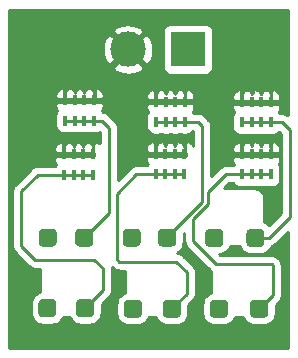
<source format=gbr>
G04 #@! TF.GenerationSoftware,KiCad,Pcbnew,(5.1.4)-1*
G04 #@! TF.CreationDate,2020-01-03T19:08:14-08:00*
G04 #@! TF.ProjectId,Led_tests,4c65645f-7465-4737-9473-2e6b69636164,rev?*
G04 #@! TF.SameCoordinates,Original*
G04 #@! TF.FileFunction,Copper,L2,Bot*
G04 #@! TF.FilePolarity,Positive*
%FSLAX46Y46*%
G04 Gerber Fmt 4.6, Leading zero omitted, Abs format (unit mm)*
G04 Created by KiCad (PCBNEW (5.1.4)-1) date 2020-01-03 19:08:14*
%MOMM*%
%LPD*%
G04 APERTURE LIST*
%ADD10C,0.100000*%
%ADD11C,1.524000*%
%ADD12R,3.000000X3.000000*%
%ADD13C,3.000000*%
%ADD14R,0.400000X0.900000*%
%ADD15C,0.250000*%
%ADD16C,0.254000*%
G04 APERTURE END LIST*
D10*
G36*
X37958145Y-30735835D02*
G01*
X37995129Y-30741321D01*
X38031398Y-30750406D01*
X38066602Y-30763002D01*
X38100402Y-30778988D01*
X38132472Y-30798210D01*
X38162504Y-30820483D01*
X38190208Y-30845592D01*
X38215317Y-30873296D01*
X38237590Y-30903328D01*
X38256812Y-30935398D01*
X38272798Y-30969198D01*
X38285394Y-31004402D01*
X38294479Y-31040671D01*
X38299965Y-31077655D01*
X38301800Y-31115000D01*
X38301800Y-31877000D01*
X38299965Y-31914345D01*
X38294479Y-31951329D01*
X38285394Y-31987598D01*
X38272798Y-32022802D01*
X38256812Y-32056602D01*
X38237590Y-32088672D01*
X38215317Y-32118704D01*
X38190208Y-32146408D01*
X38162504Y-32171517D01*
X38132472Y-32193790D01*
X38100402Y-32213012D01*
X38066602Y-32228998D01*
X38031398Y-32241594D01*
X37995129Y-32250679D01*
X37958145Y-32256165D01*
X37920800Y-32258000D01*
X37158800Y-32258000D01*
X37121455Y-32256165D01*
X37084471Y-32250679D01*
X37048202Y-32241594D01*
X37012998Y-32228998D01*
X36979198Y-32213012D01*
X36947128Y-32193790D01*
X36917096Y-32171517D01*
X36889392Y-32146408D01*
X36864283Y-32118704D01*
X36842010Y-32088672D01*
X36822788Y-32056602D01*
X36806802Y-32022802D01*
X36794206Y-31987598D01*
X36785121Y-31951329D01*
X36779635Y-31914345D01*
X36777800Y-31877000D01*
X36777800Y-31115000D01*
X36779635Y-31077655D01*
X36785121Y-31040671D01*
X36794206Y-31004402D01*
X36806802Y-30969198D01*
X36822788Y-30935398D01*
X36842010Y-30903328D01*
X36864283Y-30873296D01*
X36889392Y-30845592D01*
X36917096Y-30820483D01*
X36947128Y-30798210D01*
X36979198Y-30778988D01*
X37012998Y-30763002D01*
X37048202Y-30750406D01*
X37084471Y-30741321D01*
X37121455Y-30735835D01*
X37158800Y-30734000D01*
X37920800Y-30734000D01*
X37958145Y-30735835D01*
X37958145Y-30735835D01*
G37*
D11*
X37539800Y-31496000D03*
D10*
G36*
X40958145Y-30735835D02*
G01*
X40995129Y-30741321D01*
X41031398Y-30750406D01*
X41066602Y-30763002D01*
X41100402Y-30778988D01*
X41132472Y-30798210D01*
X41162504Y-30820483D01*
X41190208Y-30845592D01*
X41215317Y-30873296D01*
X41237590Y-30903328D01*
X41256812Y-30935398D01*
X41272798Y-30969198D01*
X41285394Y-31004402D01*
X41294479Y-31040671D01*
X41299965Y-31077655D01*
X41301800Y-31115000D01*
X41301800Y-31877000D01*
X41299965Y-31914345D01*
X41294479Y-31951329D01*
X41285394Y-31987598D01*
X41272798Y-32022802D01*
X41256812Y-32056602D01*
X41237590Y-32088672D01*
X41215317Y-32118704D01*
X41190208Y-32146408D01*
X41162504Y-32171517D01*
X41132472Y-32193790D01*
X41100402Y-32213012D01*
X41066602Y-32228998D01*
X41031398Y-32241594D01*
X40995129Y-32250679D01*
X40958145Y-32256165D01*
X40920800Y-32258000D01*
X40158800Y-32258000D01*
X40121455Y-32256165D01*
X40084471Y-32250679D01*
X40048202Y-32241594D01*
X40012998Y-32228998D01*
X39979198Y-32213012D01*
X39947128Y-32193790D01*
X39917096Y-32171517D01*
X39889392Y-32146408D01*
X39864283Y-32118704D01*
X39842010Y-32088672D01*
X39822788Y-32056602D01*
X39806802Y-32022802D01*
X39794206Y-31987598D01*
X39785121Y-31951329D01*
X39779635Y-31914345D01*
X39777800Y-31877000D01*
X39777800Y-31115000D01*
X39779635Y-31077655D01*
X39785121Y-31040671D01*
X39794206Y-31004402D01*
X39806802Y-30969198D01*
X39822788Y-30935398D01*
X39842010Y-30903328D01*
X39864283Y-30873296D01*
X39889392Y-30845592D01*
X39917096Y-30820483D01*
X39947128Y-30798210D01*
X39979198Y-30778988D01*
X40012998Y-30763002D01*
X40048202Y-30750406D01*
X40084471Y-30741321D01*
X40121455Y-30735835D01*
X40158800Y-30734000D01*
X40920800Y-30734000D01*
X40958145Y-30735835D01*
X40958145Y-30735835D01*
G37*
D11*
X40539800Y-31496000D03*
D10*
G36*
X30847545Y-30735835D02*
G01*
X30884529Y-30741321D01*
X30920798Y-30750406D01*
X30956002Y-30763002D01*
X30989802Y-30778988D01*
X31021872Y-30798210D01*
X31051904Y-30820483D01*
X31079608Y-30845592D01*
X31104717Y-30873296D01*
X31126990Y-30903328D01*
X31146212Y-30935398D01*
X31162198Y-30969198D01*
X31174794Y-31004402D01*
X31183879Y-31040671D01*
X31189365Y-31077655D01*
X31191200Y-31115000D01*
X31191200Y-31877000D01*
X31189365Y-31914345D01*
X31183879Y-31951329D01*
X31174794Y-31987598D01*
X31162198Y-32022802D01*
X31146212Y-32056602D01*
X31126990Y-32088672D01*
X31104717Y-32118704D01*
X31079608Y-32146408D01*
X31051904Y-32171517D01*
X31021872Y-32193790D01*
X30989802Y-32213012D01*
X30956002Y-32228998D01*
X30920798Y-32241594D01*
X30884529Y-32250679D01*
X30847545Y-32256165D01*
X30810200Y-32258000D01*
X30048200Y-32258000D01*
X30010855Y-32256165D01*
X29973871Y-32250679D01*
X29937602Y-32241594D01*
X29902398Y-32228998D01*
X29868598Y-32213012D01*
X29836528Y-32193790D01*
X29806496Y-32171517D01*
X29778792Y-32146408D01*
X29753683Y-32118704D01*
X29731410Y-32088672D01*
X29712188Y-32056602D01*
X29696202Y-32022802D01*
X29683606Y-31987598D01*
X29674521Y-31951329D01*
X29669035Y-31914345D01*
X29667200Y-31877000D01*
X29667200Y-31115000D01*
X29669035Y-31077655D01*
X29674521Y-31040671D01*
X29683606Y-31004402D01*
X29696202Y-30969198D01*
X29712188Y-30935398D01*
X29731410Y-30903328D01*
X29753683Y-30873296D01*
X29778792Y-30845592D01*
X29806496Y-30820483D01*
X29836528Y-30798210D01*
X29868598Y-30778988D01*
X29902398Y-30763002D01*
X29937602Y-30750406D01*
X29973871Y-30741321D01*
X30010855Y-30735835D01*
X30048200Y-30734000D01*
X30810200Y-30734000D01*
X30847545Y-30735835D01*
X30847545Y-30735835D01*
G37*
D11*
X30429200Y-31496000D03*
D10*
G36*
X33947545Y-30735835D02*
G01*
X33984529Y-30741321D01*
X34020798Y-30750406D01*
X34056002Y-30763002D01*
X34089802Y-30778988D01*
X34121872Y-30798210D01*
X34151904Y-30820483D01*
X34179608Y-30845592D01*
X34204717Y-30873296D01*
X34226990Y-30903328D01*
X34246212Y-30935398D01*
X34262198Y-30969198D01*
X34274794Y-31004402D01*
X34283879Y-31040671D01*
X34289365Y-31077655D01*
X34291200Y-31115000D01*
X34291200Y-31877000D01*
X34289365Y-31914345D01*
X34283879Y-31951329D01*
X34274794Y-31987598D01*
X34262198Y-32022802D01*
X34246212Y-32056602D01*
X34226990Y-32088672D01*
X34204717Y-32118704D01*
X34179608Y-32146408D01*
X34151904Y-32171517D01*
X34121872Y-32193790D01*
X34089802Y-32213012D01*
X34056002Y-32228998D01*
X34020798Y-32241594D01*
X33984529Y-32250679D01*
X33947545Y-32256165D01*
X33910200Y-32258000D01*
X33148200Y-32258000D01*
X33110855Y-32256165D01*
X33073871Y-32250679D01*
X33037602Y-32241594D01*
X33002398Y-32228998D01*
X32968598Y-32213012D01*
X32936528Y-32193790D01*
X32906496Y-32171517D01*
X32878792Y-32146408D01*
X32853683Y-32118704D01*
X32831410Y-32088672D01*
X32812188Y-32056602D01*
X32796202Y-32022802D01*
X32783606Y-31987598D01*
X32774521Y-31951329D01*
X32769035Y-31914345D01*
X32767200Y-31877000D01*
X32767200Y-31115000D01*
X32769035Y-31077655D01*
X32774521Y-31040671D01*
X32783606Y-31004402D01*
X32796202Y-30969198D01*
X32812188Y-30935398D01*
X32831410Y-30903328D01*
X32853683Y-30873296D01*
X32878792Y-30845592D01*
X32906496Y-30820483D01*
X32936528Y-30798210D01*
X32968598Y-30778988D01*
X33002398Y-30763002D01*
X33037602Y-30750406D01*
X33073871Y-30741321D01*
X33110855Y-30735835D01*
X33148200Y-30734000D01*
X33910200Y-30734000D01*
X33947545Y-30735835D01*
X33947545Y-30735835D01*
G37*
D11*
X33529200Y-31496000D03*
D10*
G36*
X30822145Y-36704835D02*
G01*
X30859129Y-36710321D01*
X30895398Y-36719406D01*
X30930602Y-36732002D01*
X30964402Y-36747988D01*
X30996472Y-36767210D01*
X31026504Y-36789483D01*
X31054208Y-36814592D01*
X31079317Y-36842296D01*
X31101590Y-36872328D01*
X31120812Y-36904398D01*
X31136798Y-36938198D01*
X31149394Y-36973402D01*
X31158479Y-37009671D01*
X31163965Y-37046655D01*
X31165800Y-37084000D01*
X31165800Y-37846000D01*
X31163965Y-37883345D01*
X31158479Y-37920329D01*
X31149394Y-37956598D01*
X31136798Y-37991802D01*
X31120812Y-38025602D01*
X31101590Y-38057672D01*
X31079317Y-38087704D01*
X31054208Y-38115408D01*
X31026504Y-38140517D01*
X30996472Y-38162790D01*
X30964402Y-38182012D01*
X30930602Y-38197998D01*
X30895398Y-38210594D01*
X30859129Y-38219679D01*
X30822145Y-38225165D01*
X30784800Y-38227000D01*
X30022800Y-38227000D01*
X29985455Y-38225165D01*
X29948471Y-38219679D01*
X29912202Y-38210594D01*
X29876998Y-38197998D01*
X29843198Y-38182012D01*
X29811128Y-38162790D01*
X29781096Y-38140517D01*
X29753392Y-38115408D01*
X29728283Y-38087704D01*
X29706010Y-38057672D01*
X29686788Y-38025602D01*
X29670802Y-37991802D01*
X29658206Y-37956598D01*
X29649121Y-37920329D01*
X29643635Y-37883345D01*
X29641800Y-37846000D01*
X29641800Y-37084000D01*
X29643635Y-37046655D01*
X29649121Y-37009671D01*
X29658206Y-36973402D01*
X29670802Y-36938198D01*
X29686788Y-36904398D01*
X29706010Y-36872328D01*
X29728283Y-36842296D01*
X29753392Y-36814592D01*
X29781096Y-36789483D01*
X29811128Y-36767210D01*
X29843198Y-36747988D01*
X29876998Y-36732002D01*
X29912202Y-36719406D01*
X29948471Y-36710321D01*
X29985455Y-36704835D01*
X30022800Y-36703000D01*
X30784800Y-36703000D01*
X30822145Y-36704835D01*
X30822145Y-36704835D01*
G37*
D11*
X30403800Y-37465000D03*
D10*
G36*
X34022145Y-36704835D02*
G01*
X34059129Y-36710321D01*
X34095398Y-36719406D01*
X34130602Y-36732002D01*
X34164402Y-36747988D01*
X34196472Y-36767210D01*
X34226504Y-36789483D01*
X34254208Y-36814592D01*
X34279317Y-36842296D01*
X34301590Y-36872328D01*
X34320812Y-36904398D01*
X34336798Y-36938198D01*
X34349394Y-36973402D01*
X34358479Y-37009671D01*
X34363965Y-37046655D01*
X34365800Y-37084000D01*
X34365800Y-37846000D01*
X34363965Y-37883345D01*
X34358479Y-37920329D01*
X34349394Y-37956598D01*
X34336798Y-37991802D01*
X34320812Y-38025602D01*
X34301590Y-38057672D01*
X34279317Y-38087704D01*
X34254208Y-38115408D01*
X34226504Y-38140517D01*
X34196472Y-38162790D01*
X34164402Y-38182012D01*
X34130602Y-38197998D01*
X34095398Y-38210594D01*
X34059129Y-38219679D01*
X34022145Y-38225165D01*
X33984800Y-38227000D01*
X33222800Y-38227000D01*
X33185455Y-38225165D01*
X33148471Y-38219679D01*
X33112202Y-38210594D01*
X33076998Y-38197998D01*
X33043198Y-38182012D01*
X33011128Y-38162790D01*
X32981096Y-38140517D01*
X32953392Y-38115408D01*
X32928283Y-38087704D01*
X32906010Y-38057672D01*
X32886788Y-38025602D01*
X32870802Y-37991802D01*
X32858206Y-37956598D01*
X32849121Y-37920329D01*
X32843635Y-37883345D01*
X32841800Y-37846000D01*
X32841800Y-37084000D01*
X32843635Y-37046655D01*
X32849121Y-37009671D01*
X32858206Y-36973402D01*
X32870802Y-36938198D01*
X32886788Y-36904398D01*
X32906010Y-36872328D01*
X32928283Y-36842296D01*
X32953392Y-36814592D01*
X32981096Y-36789483D01*
X33011128Y-36767210D01*
X33043198Y-36747988D01*
X33076998Y-36732002D01*
X33112202Y-36719406D01*
X33148471Y-36710321D01*
X33185455Y-36704835D01*
X33222800Y-36703000D01*
X33984800Y-36703000D01*
X34022145Y-36704835D01*
X34022145Y-36704835D01*
G37*
D11*
X33603800Y-37465000D03*
D10*
G36*
X38063145Y-36755635D02*
G01*
X38100129Y-36761121D01*
X38136398Y-36770206D01*
X38171602Y-36782802D01*
X38205402Y-36798788D01*
X38237472Y-36818010D01*
X38267504Y-36840283D01*
X38295208Y-36865392D01*
X38320317Y-36893096D01*
X38342590Y-36923128D01*
X38361812Y-36955198D01*
X38377798Y-36988998D01*
X38390394Y-37024202D01*
X38399479Y-37060471D01*
X38404965Y-37097455D01*
X38406800Y-37134800D01*
X38406800Y-37896800D01*
X38404965Y-37934145D01*
X38399479Y-37971129D01*
X38390394Y-38007398D01*
X38377798Y-38042602D01*
X38361812Y-38076402D01*
X38342590Y-38108472D01*
X38320317Y-38138504D01*
X38295208Y-38166208D01*
X38267504Y-38191317D01*
X38237472Y-38213590D01*
X38205402Y-38232812D01*
X38171602Y-38248798D01*
X38136398Y-38261394D01*
X38100129Y-38270479D01*
X38063145Y-38275965D01*
X38025800Y-38277800D01*
X37263800Y-38277800D01*
X37226455Y-38275965D01*
X37189471Y-38270479D01*
X37153202Y-38261394D01*
X37117998Y-38248798D01*
X37084198Y-38232812D01*
X37052128Y-38213590D01*
X37022096Y-38191317D01*
X36994392Y-38166208D01*
X36969283Y-38138504D01*
X36947010Y-38108472D01*
X36927788Y-38076402D01*
X36911802Y-38042602D01*
X36899206Y-38007398D01*
X36890121Y-37971129D01*
X36884635Y-37934145D01*
X36882800Y-37896800D01*
X36882800Y-37134800D01*
X36884635Y-37097455D01*
X36890121Y-37060471D01*
X36899206Y-37024202D01*
X36911802Y-36988998D01*
X36927788Y-36955198D01*
X36947010Y-36923128D01*
X36969283Y-36893096D01*
X36994392Y-36865392D01*
X37022096Y-36840283D01*
X37052128Y-36818010D01*
X37084198Y-36798788D01*
X37117998Y-36782802D01*
X37153202Y-36770206D01*
X37189471Y-36761121D01*
X37226455Y-36755635D01*
X37263800Y-36753800D01*
X38025800Y-36753800D01*
X38063145Y-36755635D01*
X38063145Y-36755635D01*
G37*
D11*
X37644800Y-37515800D03*
D10*
G36*
X41363145Y-36755635D02*
G01*
X41400129Y-36761121D01*
X41436398Y-36770206D01*
X41471602Y-36782802D01*
X41505402Y-36798788D01*
X41537472Y-36818010D01*
X41567504Y-36840283D01*
X41595208Y-36865392D01*
X41620317Y-36893096D01*
X41642590Y-36923128D01*
X41661812Y-36955198D01*
X41677798Y-36988998D01*
X41690394Y-37024202D01*
X41699479Y-37060471D01*
X41704965Y-37097455D01*
X41706800Y-37134800D01*
X41706800Y-37896800D01*
X41704965Y-37934145D01*
X41699479Y-37971129D01*
X41690394Y-38007398D01*
X41677798Y-38042602D01*
X41661812Y-38076402D01*
X41642590Y-38108472D01*
X41620317Y-38138504D01*
X41595208Y-38166208D01*
X41567504Y-38191317D01*
X41537472Y-38213590D01*
X41505402Y-38232812D01*
X41471602Y-38248798D01*
X41436398Y-38261394D01*
X41400129Y-38270479D01*
X41363145Y-38275965D01*
X41325800Y-38277800D01*
X40563800Y-38277800D01*
X40526455Y-38275965D01*
X40489471Y-38270479D01*
X40453202Y-38261394D01*
X40417998Y-38248798D01*
X40384198Y-38232812D01*
X40352128Y-38213590D01*
X40322096Y-38191317D01*
X40294392Y-38166208D01*
X40269283Y-38138504D01*
X40247010Y-38108472D01*
X40227788Y-38076402D01*
X40211802Y-38042602D01*
X40199206Y-38007398D01*
X40190121Y-37971129D01*
X40184635Y-37934145D01*
X40182800Y-37896800D01*
X40182800Y-37134800D01*
X40184635Y-37097455D01*
X40190121Y-37060471D01*
X40199206Y-37024202D01*
X40211802Y-36988998D01*
X40227788Y-36955198D01*
X40247010Y-36923128D01*
X40269283Y-36893096D01*
X40294392Y-36865392D01*
X40322096Y-36840283D01*
X40352128Y-36818010D01*
X40384198Y-36798788D01*
X40417998Y-36782802D01*
X40453202Y-36770206D01*
X40489471Y-36761121D01*
X40526455Y-36755635D01*
X40563800Y-36753800D01*
X41325800Y-36753800D01*
X41363145Y-36755635D01*
X41363145Y-36755635D01*
G37*
D11*
X40944800Y-37515800D03*
D10*
G36*
X45350945Y-36755635D02*
G01*
X45387929Y-36761121D01*
X45424198Y-36770206D01*
X45459402Y-36782802D01*
X45493202Y-36798788D01*
X45525272Y-36818010D01*
X45555304Y-36840283D01*
X45583008Y-36865392D01*
X45608117Y-36893096D01*
X45630390Y-36923128D01*
X45649612Y-36955198D01*
X45665598Y-36988998D01*
X45678194Y-37024202D01*
X45687279Y-37060471D01*
X45692765Y-37097455D01*
X45694600Y-37134800D01*
X45694600Y-37896800D01*
X45692765Y-37934145D01*
X45687279Y-37971129D01*
X45678194Y-38007398D01*
X45665598Y-38042602D01*
X45649612Y-38076402D01*
X45630390Y-38108472D01*
X45608117Y-38138504D01*
X45583008Y-38166208D01*
X45555304Y-38191317D01*
X45525272Y-38213590D01*
X45493202Y-38232812D01*
X45459402Y-38248798D01*
X45424198Y-38261394D01*
X45387929Y-38270479D01*
X45350945Y-38275965D01*
X45313600Y-38277800D01*
X44551600Y-38277800D01*
X44514255Y-38275965D01*
X44477271Y-38270479D01*
X44441002Y-38261394D01*
X44405798Y-38248798D01*
X44371998Y-38232812D01*
X44339928Y-38213590D01*
X44309896Y-38191317D01*
X44282192Y-38166208D01*
X44257083Y-38138504D01*
X44234810Y-38108472D01*
X44215588Y-38076402D01*
X44199602Y-38042602D01*
X44187006Y-38007398D01*
X44177921Y-37971129D01*
X44172435Y-37934145D01*
X44170600Y-37896800D01*
X44170600Y-37134800D01*
X44172435Y-37097455D01*
X44177921Y-37060471D01*
X44187006Y-37024202D01*
X44199602Y-36988998D01*
X44215588Y-36955198D01*
X44234810Y-36923128D01*
X44257083Y-36893096D01*
X44282192Y-36865392D01*
X44309896Y-36840283D01*
X44339928Y-36818010D01*
X44371998Y-36798788D01*
X44405798Y-36782802D01*
X44441002Y-36770206D01*
X44477271Y-36761121D01*
X44514255Y-36755635D01*
X44551600Y-36753800D01*
X45313600Y-36753800D01*
X45350945Y-36755635D01*
X45350945Y-36755635D01*
G37*
D11*
X44932600Y-37515800D03*
D10*
G36*
X48750945Y-36755635D02*
G01*
X48787929Y-36761121D01*
X48824198Y-36770206D01*
X48859402Y-36782802D01*
X48893202Y-36798788D01*
X48925272Y-36818010D01*
X48955304Y-36840283D01*
X48983008Y-36865392D01*
X49008117Y-36893096D01*
X49030390Y-36923128D01*
X49049612Y-36955198D01*
X49065598Y-36988998D01*
X49078194Y-37024202D01*
X49087279Y-37060471D01*
X49092765Y-37097455D01*
X49094600Y-37134800D01*
X49094600Y-37896800D01*
X49092765Y-37934145D01*
X49087279Y-37971129D01*
X49078194Y-38007398D01*
X49065598Y-38042602D01*
X49049612Y-38076402D01*
X49030390Y-38108472D01*
X49008117Y-38138504D01*
X48983008Y-38166208D01*
X48955304Y-38191317D01*
X48925272Y-38213590D01*
X48893202Y-38232812D01*
X48859402Y-38248798D01*
X48824198Y-38261394D01*
X48787929Y-38270479D01*
X48750945Y-38275965D01*
X48713600Y-38277800D01*
X47951600Y-38277800D01*
X47914255Y-38275965D01*
X47877271Y-38270479D01*
X47841002Y-38261394D01*
X47805798Y-38248798D01*
X47771998Y-38232812D01*
X47739928Y-38213590D01*
X47709896Y-38191317D01*
X47682192Y-38166208D01*
X47657083Y-38138504D01*
X47634810Y-38108472D01*
X47615588Y-38076402D01*
X47599602Y-38042602D01*
X47587006Y-38007398D01*
X47577921Y-37971129D01*
X47572435Y-37934145D01*
X47570600Y-37896800D01*
X47570600Y-37134800D01*
X47572435Y-37097455D01*
X47577921Y-37060471D01*
X47587006Y-37024202D01*
X47599602Y-36988998D01*
X47615588Y-36955198D01*
X47634810Y-36923128D01*
X47657083Y-36893096D01*
X47682192Y-36865392D01*
X47709896Y-36840283D01*
X47739928Y-36818010D01*
X47771998Y-36798788D01*
X47805798Y-36782802D01*
X47841002Y-36770206D01*
X47877271Y-36761121D01*
X47914255Y-36755635D01*
X47951600Y-36753800D01*
X48713600Y-36753800D01*
X48750945Y-36755635D01*
X48750945Y-36755635D01*
G37*
D11*
X48332600Y-37515800D03*
D10*
G36*
X44944545Y-30761235D02*
G01*
X44981529Y-30766721D01*
X45017798Y-30775806D01*
X45053002Y-30788402D01*
X45086802Y-30804388D01*
X45118872Y-30823610D01*
X45148904Y-30845883D01*
X45176608Y-30870992D01*
X45201717Y-30898696D01*
X45223990Y-30928728D01*
X45243212Y-30960798D01*
X45259198Y-30994598D01*
X45271794Y-31029802D01*
X45280879Y-31066071D01*
X45286365Y-31103055D01*
X45288200Y-31140400D01*
X45288200Y-31902400D01*
X45286365Y-31939745D01*
X45280879Y-31976729D01*
X45271794Y-32012998D01*
X45259198Y-32048202D01*
X45243212Y-32082002D01*
X45223990Y-32114072D01*
X45201717Y-32144104D01*
X45176608Y-32171808D01*
X45148904Y-32196917D01*
X45118872Y-32219190D01*
X45086802Y-32238412D01*
X45053002Y-32254398D01*
X45017798Y-32266994D01*
X44981529Y-32276079D01*
X44944545Y-32281565D01*
X44907200Y-32283400D01*
X44145200Y-32283400D01*
X44107855Y-32281565D01*
X44070871Y-32276079D01*
X44034602Y-32266994D01*
X43999398Y-32254398D01*
X43965598Y-32238412D01*
X43933528Y-32219190D01*
X43903496Y-32196917D01*
X43875792Y-32171808D01*
X43850683Y-32144104D01*
X43828410Y-32114072D01*
X43809188Y-32082002D01*
X43793202Y-32048202D01*
X43780606Y-32012998D01*
X43771521Y-31976729D01*
X43766035Y-31939745D01*
X43764200Y-31902400D01*
X43764200Y-31140400D01*
X43766035Y-31103055D01*
X43771521Y-31066071D01*
X43780606Y-31029802D01*
X43793202Y-30994598D01*
X43809188Y-30960798D01*
X43828410Y-30928728D01*
X43850683Y-30898696D01*
X43875792Y-30870992D01*
X43903496Y-30845883D01*
X43933528Y-30823610D01*
X43965598Y-30804388D01*
X43999398Y-30788402D01*
X44034602Y-30775806D01*
X44070871Y-30766721D01*
X44107855Y-30761235D01*
X44145200Y-30759400D01*
X44907200Y-30759400D01*
X44944545Y-30761235D01*
X44944545Y-30761235D01*
G37*
D11*
X44526200Y-31521400D03*
D10*
G36*
X48444545Y-30761235D02*
G01*
X48481529Y-30766721D01*
X48517798Y-30775806D01*
X48553002Y-30788402D01*
X48586802Y-30804388D01*
X48618872Y-30823610D01*
X48648904Y-30845883D01*
X48676608Y-30870992D01*
X48701717Y-30898696D01*
X48723990Y-30928728D01*
X48743212Y-30960798D01*
X48759198Y-30994598D01*
X48771794Y-31029802D01*
X48780879Y-31066071D01*
X48786365Y-31103055D01*
X48788200Y-31140400D01*
X48788200Y-31902400D01*
X48786365Y-31939745D01*
X48780879Y-31976729D01*
X48771794Y-32012998D01*
X48759198Y-32048202D01*
X48743212Y-32082002D01*
X48723990Y-32114072D01*
X48701717Y-32144104D01*
X48676608Y-32171808D01*
X48648904Y-32196917D01*
X48618872Y-32219190D01*
X48586802Y-32238412D01*
X48553002Y-32254398D01*
X48517798Y-32266994D01*
X48481529Y-32276079D01*
X48444545Y-32281565D01*
X48407200Y-32283400D01*
X47645200Y-32283400D01*
X47607855Y-32281565D01*
X47570871Y-32276079D01*
X47534602Y-32266994D01*
X47499398Y-32254398D01*
X47465598Y-32238412D01*
X47433528Y-32219190D01*
X47403496Y-32196917D01*
X47375792Y-32171808D01*
X47350683Y-32144104D01*
X47328410Y-32114072D01*
X47309188Y-32082002D01*
X47293202Y-32048202D01*
X47280606Y-32012998D01*
X47271521Y-31976729D01*
X47266035Y-31939745D01*
X47264200Y-31902400D01*
X47264200Y-31140400D01*
X47266035Y-31103055D01*
X47271521Y-31066071D01*
X47280606Y-31029802D01*
X47293202Y-30994598D01*
X47309188Y-30960798D01*
X47328410Y-30928728D01*
X47350683Y-30898696D01*
X47375792Y-30870992D01*
X47403496Y-30845883D01*
X47433528Y-30823610D01*
X47465598Y-30804388D01*
X47499398Y-30788402D01*
X47534602Y-30775806D01*
X47570871Y-30766721D01*
X47607855Y-30761235D01*
X47645200Y-30759400D01*
X48407200Y-30759400D01*
X48444545Y-30761235D01*
X48444545Y-30761235D01*
G37*
D11*
X48026200Y-31521400D03*
D12*
X42316400Y-15570200D03*
D13*
X37236400Y-15570200D03*
D14*
X41224000Y-21691600D03*
X40424000Y-21691600D03*
X42024000Y-21691600D03*
X39624000Y-21691600D03*
X42024000Y-19991600D03*
X41224000Y-19991600D03*
X40424000Y-19991600D03*
X39624000Y-19991600D03*
X31927800Y-19890000D03*
X32727800Y-19890000D03*
X33527800Y-19890000D03*
X34327800Y-19890000D03*
X31927800Y-21590000D03*
X34327800Y-21590000D03*
X32727800Y-21590000D03*
X33527800Y-21590000D03*
X33439000Y-26162000D03*
X32639000Y-26162000D03*
X34239000Y-26162000D03*
X31839000Y-26162000D03*
X34239000Y-24462000D03*
X33439000Y-24462000D03*
X32639000Y-24462000D03*
X31839000Y-24462000D03*
X39592400Y-24423000D03*
X40392400Y-24423000D03*
X41192400Y-24423000D03*
X41992400Y-24423000D03*
X39592400Y-26123000D03*
X41992400Y-26123000D03*
X40392400Y-26123000D03*
X41192400Y-26123000D03*
X48501400Y-26134800D03*
X47701400Y-26134800D03*
X49301400Y-26134800D03*
X46901400Y-26134800D03*
X49301400Y-24434800D03*
X48501400Y-24434800D03*
X47701400Y-24434800D03*
X46901400Y-24434800D03*
X46907600Y-20028800D03*
X47707600Y-20028800D03*
X48507600Y-20028800D03*
X49307600Y-20028800D03*
X46907600Y-21728800D03*
X49307600Y-21728800D03*
X47707600Y-21728800D03*
X48507600Y-21728800D03*
D15*
X39624000Y-21691600D02*
X43154600Y-21691600D01*
X43154600Y-21691600D02*
X43535600Y-22072600D01*
X43535600Y-28500200D02*
X40916410Y-31119390D01*
X43535600Y-22072600D02*
X43535600Y-28500200D01*
X31927800Y-21590000D02*
X35001200Y-21590000D01*
X35001200Y-21590000D02*
X35610800Y-22199600D01*
X35610800Y-29414400D02*
X33916410Y-31108790D01*
X35610800Y-22199600D02*
X35610800Y-29414400D01*
X34239000Y-26162000D02*
X29591000Y-26162000D01*
X29591000Y-26162000D02*
X28168600Y-27584400D01*
X28168600Y-27584400D02*
X28168600Y-32181800D01*
X28168600Y-32181800D02*
X29362400Y-33375600D01*
X29362400Y-33375600D02*
X34391600Y-33375600D01*
X34391600Y-33375600D02*
X35128200Y-34112200D01*
X35128200Y-35940600D02*
X34016410Y-37052390D01*
X35128200Y-34112200D02*
X35128200Y-35940600D01*
X41992400Y-26123000D02*
X37935800Y-26123000D01*
X37935800Y-26123000D02*
X36271200Y-27787600D01*
X36271200Y-27787600D02*
X36271200Y-33299400D01*
X36271200Y-33299400D02*
X36499800Y-33528000D01*
X36499800Y-33528000D02*
X41325800Y-33528000D01*
X41325800Y-33528000D02*
X42214800Y-34417000D01*
X41316410Y-37144190D02*
X41316410Y-37515800D01*
X42214800Y-36245800D02*
X41316410Y-37144190D01*
X42214800Y-34417000D02*
X42214800Y-36245800D01*
X49301400Y-26134800D02*
X45493200Y-26134800D01*
X43985610Y-27642390D02*
X43985610Y-28686600D01*
X45493200Y-26134800D02*
X43985610Y-27642390D01*
X43985610Y-28686600D02*
X42773600Y-29898610D01*
X42773600Y-29898610D02*
X42773600Y-31800800D01*
X44719190Y-33746390D02*
X49392790Y-33746390D01*
X42773600Y-31800800D02*
X44719190Y-33746390D01*
X49392790Y-33746390D02*
X49479200Y-33832800D01*
X49479200Y-36369200D02*
X48716410Y-37131990D01*
X49479200Y-33832800D02*
X49479200Y-36369200D01*
X46907600Y-21728800D02*
X50253000Y-21728800D01*
X50253000Y-21728800D02*
X50952400Y-22428200D01*
X50952400Y-22428200D02*
X50952400Y-29743400D01*
X49174400Y-31521400D02*
X48416410Y-31521400D01*
X50952400Y-29743400D02*
X49174400Y-31521400D01*
D16*
G36*
X50756401Y-21158762D02*
G01*
X50677276Y-21093826D01*
X50545247Y-21023254D01*
X50401986Y-20979797D01*
X50290333Y-20968800D01*
X50290322Y-20968800D01*
X50253000Y-20965124D01*
X50215678Y-20968800D01*
X50061920Y-20968800D01*
X50038137Y-20924306D01*
X50000830Y-20878848D01*
X50045355Y-20822247D01*
X50102025Y-20710737D01*
X50135852Y-20590314D01*
X50145536Y-20465605D01*
X50142600Y-20314550D01*
X49983850Y-20155800D01*
X49380600Y-20155800D01*
X49380600Y-20175800D01*
X49234600Y-20175800D01*
X49234600Y-20155800D01*
X48580600Y-20155800D01*
X48580600Y-20175800D01*
X48434600Y-20175800D01*
X48434600Y-20155800D01*
X47780600Y-20155800D01*
X47780600Y-20175800D01*
X47634600Y-20175800D01*
X47634600Y-20155800D01*
X46980600Y-20155800D01*
X46980600Y-20175800D01*
X46834600Y-20175800D01*
X46834600Y-20155800D01*
X46231350Y-20155800D01*
X46072600Y-20314550D01*
X46069664Y-20465605D01*
X46079348Y-20590314D01*
X46113175Y-20710737D01*
X46169845Y-20822247D01*
X46214370Y-20878848D01*
X46177063Y-20924306D01*
X46118098Y-21034620D01*
X46081788Y-21154318D01*
X46069528Y-21278800D01*
X46069528Y-22178800D01*
X46081788Y-22303282D01*
X46118098Y-22422980D01*
X46177063Y-22533294D01*
X46256415Y-22629985D01*
X46353106Y-22709337D01*
X46463420Y-22768302D01*
X46583118Y-22804612D01*
X46707600Y-22816872D01*
X47107600Y-22816872D01*
X47232082Y-22804612D01*
X47307600Y-22781704D01*
X47383118Y-22804612D01*
X47507600Y-22816872D01*
X47907600Y-22816872D01*
X48032082Y-22804612D01*
X48107600Y-22781704D01*
X48183118Y-22804612D01*
X48307600Y-22816872D01*
X48707600Y-22816872D01*
X48832082Y-22804612D01*
X48907600Y-22781704D01*
X48983118Y-22804612D01*
X49107600Y-22816872D01*
X49507600Y-22816872D01*
X49632082Y-22804612D01*
X49751780Y-22768302D01*
X49862094Y-22709337D01*
X49958785Y-22629985D01*
X50013145Y-22563747D01*
X50192400Y-22743002D01*
X50192401Y-29428597D01*
X49160878Y-30460121D01*
X49127793Y-30419807D01*
X48973366Y-30293073D01*
X48797182Y-30198900D01*
X48726200Y-30177368D01*
X48726200Y-28055047D01*
X48729514Y-28021400D01*
X48716288Y-27887117D01*
X48677119Y-27757994D01*
X48613512Y-27638993D01*
X48527911Y-27534689D01*
X48423607Y-27449088D01*
X48304606Y-27385481D01*
X48175483Y-27346312D01*
X48074847Y-27336400D01*
X48041200Y-27333086D01*
X48007553Y-27336400D01*
X45366402Y-27336400D01*
X45808002Y-26894800D01*
X46147080Y-26894800D01*
X46170863Y-26939294D01*
X46250215Y-27035985D01*
X46346906Y-27115337D01*
X46457220Y-27174302D01*
X46576918Y-27210612D01*
X46701400Y-27222872D01*
X47101400Y-27222872D01*
X47225882Y-27210612D01*
X47301400Y-27187704D01*
X47376918Y-27210612D01*
X47501400Y-27222872D01*
X47901400Y-27222872D01*
X48025882Y-27210612D01*
X48101400Y-27187704D01*
X48176918Y-27210612D01*
X48301400Y-27222872D01*
X48701400Y-27222872D01*
X48825882Y-27210612D01*
X48901400Y-27187704D01*
X48976918Y-27210612D01*
X49101400Y-27222872D01*
X49501400Y-27222872D01*
X49625882Y-27210612D01*
X49745580Y-27174302D01*
X49855894Y-27115337D01*
X49952585Y-27035985D01*
X50031937Y-26939294D01*
X50090902Y-26828980D01*
X50127212Y-26709282D01*
X50139472Y-26584800D01*
X50139472Y-25684800D01*
X50127212Y-25560318D01*
X50090902Y-25440620D01*
X50031937Y-25330306D01*
X49994630Y-25284848D01*
X50039155Y-25228247D01*
X50095825Y-25116737D01*
X50129652Y-24996314D01*
X50139336Y-24871605D01*
X50136400Y-24720550D01*
X49977650Y-24561800D01*
X49374400Y-24561800D01*
X49374400Y-24581800D01*
X49228400Y-24581800D01*
X49228400Y-24561800D01*
X48574400Y-24561800D01*
X48574400Y-24581800D01*
X48428400Y-24581800D01*
X48428400Y-24561800D01*
X47774400Y-24561800D01*
X47774400Y-24581800D01*
X47628400Y-24581800D01*
X47628400Y-24561800D01*
X46974400Y-24561800D01*
X46974400Y-24581800D01*
X46828400Y-24581800D01*
X46828400Y-24561800D01*
X46225150Y-24561800D01*
X46066400Y-24720550D01*
X46063464Y-24871605D01*
X46073148Y-24996314D01*
X46106975Y-25116737D01*
X46163645Y-25228247D01*
X46208170Y-25284848D01*
X46170863Y-25330306D01*
X46147080Y-25374800D01*
X45530522Y-25374800D01*
X45493199Y-25371124D01*
X45455876Y-25374800D01*
X45455867Y-25374800D01*
X45344214Y-25385797D01*
X45200953Y-25429254D01*
X45068924Y-25499826D01*
X44953199Y-25594799D01*
X44929401Y-25623797D01*
X44295600Y-26257598D01*
X44295600Y-23997995D01*
X46063464Y-23997995D01*
X46066400Y-24149050D01*
X46225150Y-24307800D01*
X46828400Y-24307800D01*
X46828400Y-23997995D01*
X46863464Y-23997995D01*
X46866400Y-24149050D01*
X46974400Y-24257050D01*
X46974400Y-24307800D01*
X47628400Y-24307800D01*
X47628400Y-24257050D01*
X47701400Y-24184050D01*
X47774400Y-24257050D01*
X47774400Y-24307800D01*
X48428400Y-24307800D01*
X48428400Y-24257050D01*
X48501400Y-24184050D01*
X48574400Y-24257050D01*
X48574400Y-24307800D01*
X49228400Y-24307800D01*
X49228400Y-24257050D01*
X49336400Y-24149050D01*
X49339336Y-23997995D01*
X49329652Y-23873286D01*
X49295825Y-23752863D01*
X49239155Y-23641353D01*
X49228400Y-23627681D01*
X49228400Y-23508550D01*
X49374400Y-23508550D01*
X49374400Y-24307800D01*
X49977650Y-24307800D01*
X50136400Y-24149050D01*
X50139336Y-23997995D01*
X50129652Y-23873286D01*
X50095825Y-23752863D01*
X50039155Y-23641353D01*
X49961819Y-23543042D01*
X49866789Y-23461707D01*
X49757718Y-23400474D01*
X49638797Y-23361696D01*
X49533150Y-23349800D01*
X49374400Y-23508550D01*
X49228400Y-23508550D01*
X49069650Y-23349800D01*
X48964003Y-23361696D01*
X48901400Y-23382110D01*
X48838797Y-23361696D01*
X48733150Y-23349800D01*
X48574400Y-23508550D01*
X48574400Y-23627681D01*
X48563645Y-23641353D01*
X48506975Y-23752863D01*
X48501400Y-23772710D01*
X48495825Y-23752863D01*
X48439155Y-23641353D01*
X48428400Y-23627681D01*
X48428400Y-23508550D01*
X48269650Y-23349800D01*
X48164003Y-23361696D01*
X48101400Y-23382110D01*
X48038797Y-23361696D01*
X47933150Y-23349800D01*
X47774400Y-23508550D01*
X47774400Y-23627681D01*
X47763645Y-23641353D01*
X47706975Y-23752863D01*
X47701400Y-23772710D01*
X47695825Y-23752863D01*
X47639155Y-23641353D01*
X47628400Y-23627681D01*
X47628400Y-23508550D01*
X47469650Y-23349800D01*
X47364003Y-23361696D01*
X47301400Y-23382110D01*
X47238797Y-23361696D01*
X47133150Y-23349800D01*
X46974400Y-23508550D01*
X46974400Y-23627681D01*
X46963645Y-23641353D01*
X46906975Y-23752863D01*
X46873148Y-23873286D01*
X46863464Y-23997995D01*
X46828400Y-23997995D01*
X46828400Y-23508550D01*
X46669650Y-23349800D01*
X46564003Y-23361696D01*
X46445082Y-23400474D01*
X46336011Y-23461707D01*
X46240981Y-23543042D01*
X46163645Y-23641353D01*
X46106975Y-23752863D01*
X46073148Y-23873286D01*
X46063464Y-23997995D01*
X44295600Y-23997995D01*
X44295600Y-22109922D01*
X44299276Y-22072599D01*
X44295600Y-22035276D01*
X44295600Y-22035267D01*
X44284603Y-21923614D01*
X44241146Y-21780353D01*
X44170574Y-21648324D01*
X44075601Y-21532599D01*
X44046598Y-21508797D01*
X43718404Y-21180603D01*
X43694601Y-21151599D01*
X43578876Y-21056626D01*
X43446847Y-20986054D01*
X43303586Y-20942597D01*
X43191933Y-20931600D01*
X43191922Y-20931600D01*
X43154600Y-20927924D01*
X43117278Y-20931600D01*
X42778320Y-20931600D01*
X42754537Y-20887106D01*
X42717230Y-20841648D01*
X42761755Y-20785047D01*
X42818425Y-20673537D01*
X42852252Y-20553114D01*
X42861936Y-20428405D01*
X42859000Y-20277350D01*
X42700250Y-20118600D01*
X42097000Y-20118600D01*
X42097000Y-20138600D01*
X41951000Y-20138600D01*
X41951000Y-20118600D01*
X41297000Y-20118600D01*
X41297000Y-20138600D01*
X41151000Y-20138600D01*
X41151000Y-20118600D01*
X40497000Y-20118600D01*
X40497000Y-20138600D01*
X40351000Y-20138600D01*
X40351000Y-20118600D01*
X39697000Y-20118600D01*
X39697000Y-20138600D01*
X39551000Y-20138600D01*
X39551000Y-20118600D01*
X38947750Y-20118600D01*
X38789000Y-20277350D01*
X38786064Y-20428405D01*
X38795748Y-20553114D01*
X38829575Y-20673537D01*
X38886245Y-20785047D01*
X38930770Y-20841648D01*
X38893463Y-20887106D01*
X38834498Y-20997420D01*
X38798188Y-21117118D01*
X38785928Y-21241600D01*
X38785928Y-22141600D01*
X38798188Y-22266082D01*
X38834498Y-22385780D01*
X38893463Y-22496094D01*
X38972815Y-22592785D01*
X39069506Y-22672137D01*
X39179820Y-22731102D01*
X39299518Y-22767412D01*
X39424000Y-22779672D01*
X39824000Y-22779672D01*
X39948482Y-22767412D01*
X40024000Y-22744504D01*
X40099518Y-22767412D01*
X40224000Y-22779672D01*
X40624000Y-22779672D01*
X40748482Y-22767412D01*
X40824000Y-22744504D01*
X40899518Y-22767412D01*
X41024000Y-22779672D01*
X41424000Y-22779672D01*
X41548482Y-22767412D01*
X41624000Y-22744504D01*
X41699518Y-22767412D01*
X41824000Y-22779672D01*
X42224000Y-22779672D01*
X42348482Y-22767412D01*
X42468180Y-22731102D01*
X42578494Y-22672137D01*
X42675185Y-22592785D01*
X42754537Y-22496094D01*
X42775600Y-22456688D01*
X42775600Y-23718976D01*
X42730155Y-23629553D01*
X42652819Y-23531242D01*
X42557789Y-23449907D01*
X42448718Y-23388674D01*
X42329797Y-23349896D01*
X42224150Y-23338000D01*
X42065400Y-23496750D01*
X42065400Y-24296000D01*
X42139400Y-24296000D01*
X42139400Y-24550000D01*
X42065400Y-24550000D01*
X42065400Y-24570000D01*
X41919400Y-24570000D01*
X41919400Y-24550000D01*
X41265400Y-24550000D01*
X41265400Y-24570000D01*
X41119400Y-24570000D01*
X41119400Y-24550000D01*
X40465400Y-24550000D01*
X40465400Y-24570000D01*
X40319400Y-24570000D01*
X40319400Y-24550000D01*
X39665400Y-24550000D01*
X39665400Y-24570000D01*
X39519400Y-24570000D01*
X39519400Y-24550000D01*
X38916150Y-24550000D01*
X38757400Y-24708750D01*
X38754464Y-24859805D01*
X38764148Y-24984514D01*
X38797975Y-25104937D01*
X38854645Y-25216447D01*
X38899170Y-25273048D01*
X38861863Y-25318506D01*
X38838080Y-25363000D01*
X37973123Y-25363000D01*
X37935800Y-25359324D01*
X37898477Y-25363000D01*
X37898467Y-25363000D01*
X37786814Y-25373997D01*
X37658246Y-25412997D01*
X37643553Y-25417454D01*
X37511523Y-25488026D01*
X37472807Y-25519800D01*
X37395799Y-25582999D01*
X37372001Y-25611997D01*
X36370800Y-26613199D01*
X36370800Y-23986195D01*
X38754464Y-23986195D01*
X38757400Y-24137250D01*
X38916150Y-24296000D01*
X39519400Y-24296000D01*
X39519400Y-23986195D01*
X39554464Y-23986195D01*
X39557400Y-24137250D01*
X39665400Y-24245250D01*
X39665400Y-24296000D01*
X40319400Y-24296000D01*
X40319400Y-24245250D01*
X40392400Y-24172250D01*
X40465400Y-24245250D01*
X40465400Y-24296000D01*
X41119400Y-24296000D01*
X41119400Y-24245250D01*
X41192400Y-24172250D01*
X41265400Y-24245250D01*
X41265400Y-24296000D01*
X41919400Y-24296000D01*
X41919400Y-24245250D01*
X42027400Y-24137250D01*
X42030336Y-23986195D01*
X42020652Y-23861486D01*
X41986825Y-23741063D01*
X41930155Y-23629553D01*
X41919400Y-23615881D01*
X41919400Y-23496750D01*
X41760650Y-23338000D01*
X41655003Y-23349896D01*
X41592400Y-23370310D01*
X41529797Y-23349896D01*
X41424150Y-23338000D01*
X41265400Y-23496750D01*
X41265400Y-23615881D01*
X41254645Y-23629553D01*
X41197975Y-23741063D01*
X41192400Y-23760910D01*
X41186825Y-23741063D01*
X41130155Y-23629553D01*
X41119400Y-23615881D01*
X41119400Y-23496750D01*
X40960650Y-23338000D01*
X40855003Y-23349896D01*
X40792400Y-23370310D01*
X40729797Y-23349896D01*
X40624150Y-23338000D01*
X40465400Y-23496750D01*
X40465400Y-23615881D01*
X40454645Y-23629553D01*
X40397975Y-23741063D01*
X40392400Y-23760910D01*
X40386825Y-23741063D01*
X40330155Y-23629553D01*
X40319400Y-23615881D01*
X40319400Y-23496750D01*
X40160650Y-23338000D01*
X40055003Y-23349896D01*
X39992400Y-23370310D01*
X39929797Y-23349896D01*
X39824150Y-23338000D01*
X39665400Y-23496750D01*
X39665400Y-23615881D01*
X39654645Y-23629553D01*
X39597975Y-23741063D01*
X39564148Y-23861486D01*
X39554464Y-23986195D01*
X39519400Y-23986195D01*
X39519400Y-23496750D01*
X39360650Y-23338000D01*
X39255003Y-23349896D01*
X39136082Y-23388674D01*
X39027011Y-23449907D01*
X38931981Y-23531242D01*
X38854645Y-23629553D01*
X38797975Y-23741063D01*
X38764148Y-23861486D01*
X38754464Y-23986195D01*
X36370800Y-23986195D01*
X36370800Y-22236933D01*
X36374477Y-22199600D01*
X36359803Y-22050614D01*
X36316346Y-21907353D01*
X36245774Y-21775324D01*
X36202549Y-21722654D01*
X36150801Y-21659599D01*
X36121804Y-21635802D01*
X35565003Y-21079002D01*
X35541201Y-21049999D01*
X35425476Y-20955026D01*
X35293447Y-20884454D01*
X35150186Y-20840997D01*
X35084542Y-20834532D01*
X35058337Y-20785506D01*
X35021030Y-20740048D01*
X35065555Y-20683447D01*
X35122225Y-20571937D01*
X35156052Y-20451514D01*
X35165736Y-20326805D01*
X35162800Y-20175750D01*
X35004050Y-20017000D01*
X34400800Y-20017000D01*
X34400800Y-20037000D01*
X34254800Y-20037000D01*
X34254800Y-20017000D01*
X33600800Y-20017000D01*
X33600800Y-20037000D01*
X33454800Y-20037000D01*
X33454800Y-20017000D01*
X32800800Y-20017000D01*
X32800800Y-20037000D01*
X32654800Y-20037000D01*
X32654800Y-20017000D01*
X32000800Y-20017000D01*
X32000800Y-20037000D01*
X31854800Y-20037000D01*
X31854800Y-20017000D01*
X31251550Y-20017000D01*
X31092800Y-20175750D01*
X31089864Y-20326805D01*
X31099548Y-20451514D01*
X31133375Y-20571937D01*
X31190045Y-20683447D01*
X31234570Y-20740048D01*
X31197263Y-20785506D01*
X31138298Y-20895820D01*
X31101988Y-21015518D01*
X31089728Y-21140000D01*
X31089728Y-22040000D01*
X31101988Y-22164482D01*
X31138298Y-22284180D01*
X31197263Y-22394494D01*
X31276615Y-22491185D01*
X31373306Y-22570537D01*
X31483620Y-22629502D01*
X31603318Y-22665812D01*
X31727800Y-22678072D01*
X32127800Y-22678072D01*
X32252282Y-22665812D01*
X32327800Y-22642904D01*
X32403318Y-22665812D01*
X32527800Y-22678072D01*
X32927800Y-22678072D01*
X33052282Y-22665812D01*
X33127800Y-22642904D01*
X33203318Y-22665812D01*
X33327800Y-22678072D01*
X33727800Y-22678072D01*
X33852282Y-22665812D01*
X33927800Y-22642904D01*
X34003318Y-22665812D01*
X34127800Y-22678072D01*
X34527800Y-22678072D01*
X34652282Y-22665812D01*
X34771980Y-22629502D01*
X34850800Y-22587371D01*
X34850800Y-23528630D01*
X34804389Y-23488907D01*
X34695318Y-23427674D01*
X34576397Y-23388896D01*
X34470750Y-23377000D01*
X34312000Y-23535750D01*
X34312000Y-24335000D01*
X34386000Y-24335000D01*
X34386000Y-24589000D01*
X34312000Y-24589000D01*
X34312000Y-24609000D01*
X34166000Y-24609000D01*
X34166000Y-24589000D01*
X33512000Y-24589000D01*
X33512000Y-24609000D01*
X33366000Y-24609000D01*
X33366000Y-24589000D01*
X32712000Y-24589000D01*
X32712000Y-24609000D01*
X32566000Y-24609000D01*
X32566000Y-24589000D01*
X31912000Y-24589000D01*
X31912000Y-24609000D01*
X31766000Y-24609000D01*
X31766000Y-24589000D01*
X31162750Y-24589000D01*
X31004000Y-24747750D01*
X31001064Y-24898805D01*
X31010748Y-25023514D01*
X31044575Y-25143937D01*
X31101245Y-25255447D01*
X31145770Y-25312048D01*
X31108463Y-25357506D01*
X31084680Y-25402000D01*
X29628322Y-25402000D01*
X29590999Y-25398324D01*
X29553676Y-25402000D01*
X29553667Y-25402000D01*
X29442014Y-25412997D01*
X29298753Y-25456454D01*
X29166724Y-25527026D01*
X29050999Y-25621999D01*
X29027201Y-25650997D01*
X27657603Y-27020596D01*
X27628599Y-27044399D01*
X27597697Y-27082054D01*
X27533626Y-27160124D01*
X27471369Y-27276598D01*
X27463054Y-27292154D01*
X27419597Y-27435415D01*
X27408600Y-27547068D01*
X27408600Y-27547078D01*
X27404924Y-27584400D01*
X27408600Y-27621723D01*
X27408601Y-32144468D01*
X27404924Y-32181800D01*
X27408601Y-32219133D01*
X27415816Y-32292382D01*
X27419598Y-32330785D01*
X27463054Y-32474046D01*
X27533626Y-32606076D01*
X27586132Y-32670054D01*
X27628600Y-32721801D01*
X27657598Y-32745599D01*
X28798600Y-33886602D01*
X28822399Y-33915601D01*
X28851397Y-33939399D01*
X28938123Y-34010574D01*
X28990625Y-34038637D01*
X29070153Y-34081146D01*
X29213414Y-34124603D01*
X29325067Y-34135600D01*
X29325076Y-34135600D01*
X29362399Y-34139276D01*
X29399722Y-34135600D01*
X29781739Y-34135600D01*
X29766112Y-34187117D01*
X29752886Y-34321400D01*
X29756200Y-34355047D01*
X29756201Y-36105072D01*
X29632818Y-36142500D01*
X29456634Y-36236673D01*
X29302207Y-36363407D01*
X29175473Y-36517834D01*
X29081300Y-36694018D01*
X29023309Y-36885189D01*
X29003728Y-37084000D01*
X29003728Y-37846000D01*
X29023309Y-38044811D01*
X29081300Y-38235982D01*
X29175473Y-38412166D01*
X29302207Y-38566593D01*
X29456634Y-38693327D01*
X29632818Y-38787500D01*
X29823989Y-38845491D01*
X30022800Y-38865072D01*
X30784800Y-38865072D01*
X30983611Y-38845491D01*
X31174782Y-38787500D01*
X31350966Y-38693327D01*
X31505393Y-38566593D01*
X31632127Y-38412166D01*
X31726300Y-38235982D01*
X31735274Y-38206400D01*
X32272326Y-38206400D01*
X32281300Y-38235982D01*
X32375473Y-38412166D01*
X32502207Y-38566593D01*
X32656634Y-38693327D01*
X32832818Y-38787500D01*
X33023989Y-38845491D01*
X33222800Y-38865072D01*
X33984800Y-38865072D01*
X34183611Y-38845491D01*
X34374782Y-38787500D01*
X34550966Y-38693327D01*
X34705393Y-38566593D01*
X34832127Y-38412166D01*
X34926300Y-38235982D01*
X34984291Y-38044811D01*
X35003872Y-37846000D01*
X35003872Y-37139730D01*
X35639208Y-36504395D01*
X35668201Y-36480601D01*
X35691995Y-36451608D01*
X35691999Y-36451604D01*
X35763173Y-36364877D01*
X35804547Y-36287473D01*
X35833746Y-36232847D01*
X35877203Y-36089586D01*
X35888200Y-35977933D01*
X35888200Y-35977924D01*
X35891876Y-35940601D01*
X35888200Y-35903278D01*
X35888200Y-34149525D01*
X35891876Y-34112200D01*
X35888200Y-34074875D01*
X35888200Y-34074867D01*
X35879059Y-33982060D01*
X35935996Y-34038997D01*
X35959799Y-34068001D01*
X36075524Y-34162974D01*
X36207553Y-34233546D01*
X36350814Y-34277003D01*
X36462467Y-34288000D01*
X36462476Y-34288000D01*
X36499799Y-34291676D01*
X36537122Y-34288000D01*
X36956200Y-34288000D01*
X36956201Y-36168310D01*
X36873818Y-36193300D01*
X36697634Y-36287473D01*
X36543207Y-36414207D01*
X36416473Y-36568634D01*
X36322300Y-36744818D01*
X36264309Y-36935989D01*
X36244728Y-37134800D01*
X36244728Y-37896800D01*
X36264309Y-38095611D01*
X36322300Y-38286782D01*
X36416473Y-38462966D01*
X36543207Y-38617393D01*
X36697634Y-38744127D01*
X36873818Y-38838300D01*
X37064989Y-38896291D01*
X37263800Y-38915872D01*
X38025800Y-38915872D01*
X38224611Y-38896291D01*
X38415782Y-38838300D01*
X38591966Y-38744127D01*
X38746393Y-38617393D01*
X38873127Y-38462966D01*
X38967300Y-38286782D01*
X38991684Y-38206400D01*
X39597916Y-38206400D01*
X39622300Y-38286782D01*
X39716473Y-38462966D01*
X39843207Y-38617393D01*
X39997634Y-38744127D01*
X40173818Y-38838300D01*
X40364989Y-38896291D01*
X40563800Y-38915872D01*
X41325800Y-38915872D01*
X41524611Y-38896291D01*
X41715782Y-38838300D01*
X41891966Y-38744127D01*
X42046393Y-38617393D01*
X42173127Y-38462966D01*
X42267300Y-38286782D01*
X42325291Y-38095611D01*
X42344872Y-37896800D01*
X42344872Y-37190530D01*
X42725803Y-36809599D01*
X42754801Y-36785801D01*
X42849774Y-36670076D01*
X42920346Y-36538047D01*
X42963803Y-36394786D01*
X42974800Y-36283133D01*
X42974800Y-36283124D01*
X42978476Y-36245801D01*
X42974800Y-36208478D01*
X42974800Y-34454323D01*
X42978476Y-34417000D01*
X42974800Y-34379677D01*
X42974800Y-34379667D01*
X42963803Y-34268014D01*
X42920346Y-34124753D01*
X42849774Y-33992724D01*
X42754801Y-33876999D01*
X42725804Y-33853202D01*
X41889603Y-33017002D01*
X41865801Y-32987999D01*
X41750076Y-32893026D01*
X41618047Y-32822454D01*
X41474786Y-32778997D01*
X41398705Y-32771504D01*
X41486966Y-32724327D01*
X41641393Y-32597593D01*
X41768127Y-32443166D01*
X41862300Y-32266982D01*
X41920291Y-32075811D01*
X41939872Y-31877000D01*
X41939872Y-31170729D01*
X42013601Y-31097001D01*
X42013601Y-31763468D01*
X42009924Y-31800800D01*
X42024598Y-31949785D01*
X42068054Y-32093046D01*
X42138626Y-32225076D01*
X42209801Y-32311802D01*
X42233600Y-32340801D01*
X42262598Y-32364599D01*
X44155390Y-34257392D01*
X44179189Y-34286391D01*
X44256200Y-34349592D01*
X44256201Y-36164609D01*
X44161618Y-36193300D01*
X43985434Y-36287473D01*
X43831007Y-36414207D01*
X43704273Y-36568634D01*
X43610100Y-36744818D01*
X43552109Y-36935989D01*
X43532528Y-37134800D01*
X43532528Y-37896800D01*
X43552109Y-38095611D01*
X43610100Y-38286782D01*
X43704273Y-38462966D01*
X43831007Y-38617393D01*
X43985434Y-38744127D01*
X44161618Y-38838300D01*
X44352789Y-38896291D01*
X44551600Y-38915872D01*
X45313600Y-38915872D01*
X45512411Y-38896291D01*
X45703582Y-38838300D01*
X45879766Y-38744127D01*
X46034193Y-38617393D01*
X46160927Y-38462966D01*
X46255100Y-38286782D01*
X46279484Y-38206400D01*
X46985716Y-38206400D01*
X47010100Y-38286782D01*
X47104273Y-38462966D01*
X47231007Y-38617393D01*
X47385434Y-38744127D01*
X47561618Y-38838300D01*
X47752789Y-38896291D01*
X47951600Y-38915872D01*
X48713600Y-38915872D01*
X48912411Y-38896291D01*
X49103582Y-38838300D01*
X49279766Y-38744127D01*
X49434193Y-38617393D01*
X49560927Y-38462966D01*
X49655100Y-38286782D01*
X49713091Y-38095611D01*
X49732672Y-37896800D01*
X49732672Y-37190530D01*
X49990202Y-36932999D01*
X50019201Y-36909201D01*
X50066191Y-36851944D01*
X50114174Y-36793477D01*
X50184746Y-36661447D01*
X50197019Y-36620988D01*
X50228203Y-36518186D01*
X50239200Y-36406533D01*
X50239200Y-36406523D01*
X50242876Y-36369200D01*
X50239200Y-36331877D01*
X50239200Y-33870122D01*
X50242876Y-33832799D01*
X50239200Y-33795477D01*
X50239200Y-33795467D01*
X50228203Y-33683814D01*
X50184746Y-33540553D01*
X50114174Y-33408524D01*
X50019201Y-33292799D01*
X49990198Y-33268997D01*
X49956594Y-33235393D01*
X49932791Y-33206389D01*
X49817066Y-33111416D01*
X49685037Y-33040844D01*
X49541776Y-32997387D01*
X49430123Y-32986390D01*
X49430112Y-32986390D01*
X49392790Y-32982714D01*
X49355468Y-32986390D01*
X45033992Y-32986390D01*
X44963526Y-32915924D01*
X45106011Y-32901891D01*
X45297182Y-32843900D01*
X45473366Y-32749727D01*
X45627793Y-32622993D01*
X45754527Y-32468566D01*
X45848700Y-32292382D01*
X45874782Y-32206400D01*
X46677618Y-32206400D01*
X46703700Y-32292382D01*
X46797873Y-32468566D01*
X46924607Y-32622993D01*
X47079034Y-32749727D01*
X47255218Y-32843900D01*
X47446389Y-32901891D01*
X47645200Y-32921472D01*
X48407200Y-32921472D01*
X48606011Y-32901891D01*
X48797182Y-32843900D01*
X48973366Y-32749727D01*
X49127793Y-32622993D01*
X49254527Y-32468566D01*
X49348700Y-32292382D01*
X49358608Y-32259719D01*
X49466647Y-32226946D01*
X49598676Y-32156374D01*
X49714401Y-32061401D01*
X49738204Y-32032397D01*
X50756400Y-31014201D01*
X50756400Y-40844000D01*
X27126400Y-40844000D01*
X27126400Y-24025195D01*
X31001064Y-24025195D01*
X31004000Y-24176250D01*
X31162750Y-24335000D01*
X31766000Y-24335000D01*
X31766000Y-24025195D01*
X31801064Y-24025195D01*
X31804000Y-24176250D01*
X31912000Y-24284250D01*
X31912000Y-24335000D01*
X32566000Y-24335000D01*
X32566000Y-24284250D01*
X32639000Y-24211250D01*
X32712000Y-24284250D01*
X32712000Y-24335000D01*
X33366000Y-24335000D01*
X33366000Y-24284250D01*
X33439000Y-24211250D01*
X33512000Y-24284250D01*
X33512000Y-24335000D01*
X34166000Y-24335000D01*
X34166000Y-24284250D01*
X34274000Y-24176250D01*
X34276936Y-24025195D01*
X34267252Y-23900486D01*
X34233425Y-23780063D01*
X34176755Y-23668553D01*
X34166000Y-23654881D01*
X34166000Y-23535750D01*
X34007250Y-23377000D01*
X33901603Y-23388896D01*
X33839000Y-23409310D01*
X33776397Y-23388896D01*
X33670750Y-23377000D01*
X33512000Y-23535750D01*
X33512000Y-23654881D01*
X33501245Y-23668553D01*
X33444575Y-23780063D01*
X33439000Y-23799910D01*
X33433425Y-23780063D01*
X33376755Y-23668553D01*
X33366000Y-23654881D01*
X33366000Y-23535750D01*
X33207250Y-23377000D01*
X33101603Y-23388896D01*
X33039000Y-23409310D01*
X32976397Y-23388896D01*
X32870750Y-23377000D01*
X32712000Y-23535750D01*
X32712000Y-23654881D01*
X32701245Y-23668553D01*
X32644575Y-23780063D01*
X32639000Y-23799910D01*
X32633425Y-23780063D01*
X32576755Y-23668553D01*
X32566000Y-23654881D01*
X32566000Y-23535750D01*
X32407250Y-23377000D01*
X32301603Y-23388896D01*
X32239000Y-23409310D01*
X32176397Y-23388896D01*
X32070750Y-23377000D01*
X31912000Y-23535750D01*
X31912000Y-23654881D01*
X31901245Y-23668553D01*
X31844575Y-23780063D01*
X31810748Y-23900486D01*
X31801064Y-24025195D01*
X31766000Y-24025195D01*
X31766000Y-23535750D01*
X31607250Y-23377000D01*
X31501603Y-23388896D01*
X31382682Y-23427674D01*
X31273611Y-23488907D01*
X31178581Y-23570242D01*
X31101245Y-23668553D01*
X31044575Y-23780063D01*
X31010748Y-23900486D01*
X31001064Y-24025195D01*
X27126400Y-24025195D01*
X27126400Y-19453195D01*
X31089864Y-19453195D01*
X31092800Y-19604250D01*
X31251550Y-19763000D01*
X31854800Y-19763000D01*
X31854800Y-19453195D01*
X31889864Y-19453195D01*
X31892800Y-19604250D01*
X32000800Y-19712250D01*
X32000800Y-19763000D01*
X32654800Y-19763000D01*
X32654800Y-19712250D01*
X32727800Y-19639250D01*
X32800800Y-19712250D01*
X32800800Y-19763000D01*
X33454800Y-19763000D01*
X33454800Y-19712250D01*
X33527800Y-19639250D01*
X33600800Y-19712250D01*
X33600800Y-19763000D01*
X34254800Y-19763000D01*
X34254800Y-19712250D01*
X34362800Y-19604250D01*
X34365736Y-19453195D01*
X34356052Y-19328486D01*
X34322225Y-19208063D01*
X34265555Y-19096553D01*
X34254800Y-19082881D01*
X34254800Y-18963750D01*
X34400800Y-18963750D01*
X34400800Y-19763000D01*
X35004050Y-19763000D01*
X35162800Y-19604250D01*
X35163761Y-19554795D01*
X38786064Y-19554795D01*
X38789000Y-19705850D01*
X38947750Y-19864600D01*
X39551000Y-19864600D01*
X39551000Y-19554795D01*
X39586064Y-19554795D01*
X39589000Y-19705850D01*
X39697000Y-19813850D01*
X39697000Y-19864600D01*
X40351000Y-19864600D01*
X40351000Y-19813850D01*
X40424000Y-19740850D01*
X40497000Y-19813850D01*
X40497000Y-19864600D01*
X41151000Y-19864600D01*
X41151000Y-19813850D01*
X41224000Y-19740850D01*
X41297000Y-19813850D01*
X41297000Y-19864600D01*
X41951000Y-19864600D01*
X41951000Y-19813850D01*
X42059000Y-19705850D01*
X42061936Y-19554795D01*
X42052252Y-19430086D01*
X42018425Y-19309663D01*
X41961755Y-19198153D01*
X41951000Y-19184481D01*
X41951000Y-19065350D01*
X42097000Y-19065350D01*
X42097000Y-19864600D01*
X42700250Y-19864600D01*
X42859000Y-19705850D01*
X42861212Y-19591995D01*
X46069664Y-19591995D01*
X46072600Y-19743050D01*
X46231350Y-19901800D01*
X46834600Y-19901800D01*
X46834600Y-19591995D01*
X46869664Y-19591995D01*
X46872600Y-19743050D01*
X46980600Y-19851050D01*
X46980600Y-19901800D01*
X47634600Y-19901800D01*
X47634600Y-19851050D01*
X47707600Y-19778050D01*
X47780600Y-19851050D01*
X47780600Y-19901800D01*
X48434600Y-19901800D01*
X48434600Y-19851050D01*
X48507600Y-19778050D01*
X48580600Y-19851050D01*
X48580600Y-19901800D01*
X49234600Y-19901800D01*
X49234600Y-19851050D01*
X49342600Y-19743050D01*
X49345536Y-19591995D01*
X49335852Y-19467286D01*
X49302025Y-19346863D01*
X49245355Y-19235353D01*
X49234600Y-19221681D01*
X49234600Y-19102550D01*
X49380600Y-19102550D01*
X49380600Y-19901800D01*
X49983850Y-19901800D01*
X50142600Y-19743050D01*
X50145536Y-19591995D01*
X50135852Y-19467286D01*
X50102025Y-19346863D01*
X50045355Y-19235353D01*
X49968019Y-19137042D01*
X49872989Y-19055707D01*
X49763918Y-18994474D01*
X49644997Y-18955696D01*
X49539350Y-18943800D01*
X49380600Y-19102550D01*
X49234600Y-19102550D01*
X49075850Y-18943800D01*
X48970203Y-18955696D01*
X48907600Y-18976110D01*
X48844997Y-18955696D01*
X48739350Y-18943800D01*
X48580600Y-19102550D01*
X48580600Y-19221681D01*
X48569845Y-19235353D01*
X48513175Y-19346863D01*
X48507600Y-19366710D01*
X48502025Y-19346863D01*
X48445355Y-19235353D01*
X48434600Y-19221681D01*
X48434600Y-19102550D01*
X48275850Y-18943800D01*
X48170203Y-18955696D01*
X48107600Y-18976110D01*
X48044997Y-18955696D01*
X47939350Y-18943800D01*
X47780600Y-19102550D01*
X47780600Y-19221681D01*
X47769845Y-19235353D01*
X47713175Y-19346863D01*
X47707600Y-19366710D01*
X47702025Y-19346863D01*
X47645355Y-19235353D01*
X47634600Y-19221681D01*
X47634600Y-19102550D01*
X47475850Y-18943800D01*
X47370203Y-18955696D01*
X47307600Y-18976110D01*
X47244997Y-18955696D01*
X47139350Y-18943800D01*
X46980600Y-19102550D01*
X46980600Y-19221681D01*
X46969845Y-19235353D01*
X46913175Y-19346863D01*
X46879348Y-19467286D01*
X46869664Y-19591995D01*
X46834600Y-19591995D01*
X46834600Y-19102550D01*
X46675850Y-18943800D01*
X46570203Y-18955696D01*
X46451282Y-18994474D01*
X46342211Y-19055707D01*
X46247181Y-19137042D01*
X46169845Y-19235353D01*
X46113175Y-19346863D01*
X46079348Y-19467286D01*
X46069664Y-19591995D01*
X42861212Y-19591995D01*
X42861936Y-19554795D01*
X42852252Y-19430086D01*
X42818425Y-19309663D01*
X42761755Y-19198153D01*
X42684419Y-19099842D01*
X42589389Y-19018507D01*
X42480318Y-18957274D01*
X42361397Y-18918496D01*
X42255750Y-18906600D01*
X42097000Y-19065350D01*
X41951000Y-19065350D01*
X41792250Y-18906600D01*
X41686603Y-18918496D01*
X41624000Y-18938910D01*
X41561397Y-18918496D01*
X41455750Y-18906600D01*
X41297000Y-19065350D01*
X41297000Y-19184481D01*
X41286245Y-19198153D01*
X41229575Y-19309663D01*
X41224000Y-19329510D01*
X41218425Y-19309663D01*
X41161755Y-19198153D01*
X41151000Y-19184481D01*
X41151000Y-19065350D01*
X40992250Y-18906600D01*
X40886603Y-18918496D01*
X40824000Y-18938910D01*
X40761397Y-18918496D01*
X40655750Y-18906600D01*
X40497000Y-19065350D01*
X40497000Y-19184481D01*
X40486245Y-19198153D01*
X40429575Y-19309663D01*
X40424000Y-19329510D01*
X40418425Y-19309663D01*
X40361755Y-19198153D01*
X40351000Y-19184481D01*
X40351000Y-19065350D01*
X40192250Y-18906600D01*
X40086603Y-18918496D01*
X40024000Y-18938910D01*
X39961397Y-18918496D01*
X39855750Y-18906600D01*
X39697000Y-19065350D01*
X39697000Y-19184481D01*
X39686245Y-19198153D01*
X39629575Y-19309663D01*
X39595748Y-19430086D01*
X39586064Y-19554795D01*
X39551000Y-19554795D01*
X39551000Y-19065350D01*
X39392250Y-18906600D01*
X39286603Y-18918496D01*
X39167682Y-18957274D01*
X39058611Y-19018507D01*
X38963581Y-19099842D01*
X38886245Y-19198153D01*
X38829575Y-19309663D01*
X38795748Y-19430086D01*
X38786064Y-19554795D01*
X35163761Y-19554795D01*
X35165736Y-19453195D01*
X35156052Y-19328486D01*
X35122225Y-19208063D01*
X35065555Y-19096553D01*
X34988219Y-18998242D01*
X34893189Y-18916907D01*
X34784118Y-18855674D01*
X34665197Y-18816896D01*
X34559550Y-18805000D01*
X34400800Y-18963750D01*
X34254800Y-18963750D01*
X34096050Y-18805000D01*
X33990403Y-18816896D01*
X33927800Y-18837310D01*
X33865197Y-18816896D01*
X33759550Y-18805000D01*
X33600800Y-18963750D01*
X33600800Y-19082881D01*
X33590045Y-19096553D01*
X33533375Y-19208063D01*
X33527800Y-19227910D01*
X33522225Y-19208063D01*
X33465555Y-19096553D01*
X33454800Y-19082881D01*
X33454800Y-18963750D01*
X33296050Y-18805000D01*
X33190403Y-18816896D01*
X33127800Y-18837310D01*
X33065197Y-18816896D01*
X32959550Y-18805000D01*
X32800800Y-18963750D01*
X32800800Y-19082881D01*
X32790045Y-19096553D01*
X32733375Y-19208063D01*
X32727800Y-19227910D01*
X32722225Y-19208063D01*
X32665555Y-19096553D01*
X32654800Y-19082881D01*
X32654800Y-18963750D01*
X32496050Y-18805000D01*
X32390403Y-18816896D01*
X32327800Y-18837310D01*
X32265197Y-18816896D01*
X32159550Y-18805000D01*
X32000800Y-18963750D01*
X32000800Y-19082881D01*
X31990045Y-19096553D01*
X31933375Y-19208063D01*
X31899548Y-19328486D01*
X31889864Y-19453195D01*
X31854800Y-19453195D01*
X31854800Y-18963750D01*
X31696050Y-18805000D01*
X31590403Y-18816896D01*
X31471482Y-18855674D01*
X31362411Y-18916907D01*
X31267381Y-18998242D01*
X31190045Y-19096553D01*
X31133375Y-19208063D01*
X31099548Y-19328486D01*
X31089864Y-19453195D01*
X27126400Y-19453195D01*
X27126400Y-17061853D01*
X35924352Y-17061853D01*
X36080362Y-17377414D01*
X36455145Y-17568220D01*
X36859951Y-17682244D01*
X37279224Y-17715102D01*
X37696851Y-17665534D01*
X38096783Y-17535443D01*
X38392438Y-17377414D01*
X38548448Y-17061853D01*
X37236400Y-15749805D01*
X35924352Y-17061853D01*
X27126400Y-17061853D01*
X27126400Y-15613024D01*
X35091498Y-15613024D01*
X35141066Y-16030651D01*
X35271157Y-16430583D01*
X35429186Y-16726238D01*
X35744747Y-16882248D01*
X37056795Y-15570200D01*
X37416005Y-15570200D01*
X38728053Y-16882248D01*
X39043614Y-16726238D01*
X39234420Y-16351455D01*
X39348444Y-15946649D01*
X39381302Y-15527376D01*
X39331734Y-15109749D01*
X39201643Y-14709817D01*
X39043614Y-14414162D01*
X38728053Y-14258152D01*
X37416005Y-15570200D01*
X37056795Y-15570200D01*
X35744747Y-14258152D01*
X35429186Y-14414162D01*
X35238380Y-14788945D01*
X35124356Y-15193751D01*
X35091498Y-15613024D01*
X27126400Y-15613024D01*
X27126400Y-14078547D01*
X35924352Y-14078547D01*
X37236400Y-15390595D01*
X38548448Y-14078547D01*
X38544322Y-14070200D01*
X40178328Y-14070200D01*
X40178328Y-17070200D01*
X40190588Y-17194682D01*
X40226898Y-17314380D01*
X40285863Y-17424694D01*
X40365215Y-17521385D01*
X40461906Y-17600737D01*
X40572220Y-17659702D01*
X40691918Y-17696012D01*
X40816400Y-17708272D01*
X43816400Y-17708272D01*
X43940882Y-17696012D01*
X44060580Y-17659702D01*
X44170894Y-17600737D01*
X44267585Y-17521385D01*
X44346937Y-17424694D01*
X44405902Y-17314380D01*
X44442212Y-17194682D01*
X44454472Y-17070200D01*
X44454472Y-14070200D01*
X44442212Y-13945718D01*
X44405902Y-13826020D01*
X44346937Y-13715706D01*
X44267585Y-13619015D01*
X44170894Y-13539663D01*
X44060580Y-13480698D01*
X43940882Y-13444388D01*
X43816400Y-13432128D01*
X40816400Y-13432128D01*
X40691918Y-13444388D01*
X40572220Y-13480698D01*
X40461906Y-13539663D01*
X40365215Y-13619015D01*
X40285863Y-13715706D01*
X40226898Y-13826020D01*
X40190588Y-13945718D01*
X40178328Y-14070200D01*
X38544322Y-14070200D01*
X38392438Y-13762986D01*
X38017655Y-13572180D01*
X37612849Y-13458156D01*
X37193576Y-13425298D01*
X36775949Y-13474866D01*
X36376017Y-13604957D01*
X36080362Y-13762986D01*
X35924352Y-14078547D01*
X27126400Y-14078547D01*
X27126400Y-12214000D01*
X50756401Y-12214000D01*
X50756401Y-21158762D01*
X50756401Y-21158762D01*
G37*
X50756401Y-21158762D02*
X50677276Y-21093826D01*
X50545247Y-21023254D01*
X50401986Y-20979797D01*
X50290333Y-20968800D01*
X50290322Y-20968800D01*
X50253000Y-20965124D01*
X50215678Y-20968800D01*
X50061920Y-20968800D01*
X50038137Y-20924306D01*
X50000830Y-20878848D01*
X50045355Y-20822247D01*
X50102025Y-20710737D01*
X50135852Y-20590314D01*
X50145536Y-20465605D01*
X50142600Y-20314550D01*
X49983850Y-20155800D01*
X49380600Y-20155800D01*
X49380600Y-20175800D01*
X49234600Y-20175800D01*
X49234600Y-20155800D01*
X48580600Y-20155800D01*
X48580600Y-20175800D01*
X48434600Y-20175800D01*
X48434600Y-20155800D01*
X47780600Y-20155800D01*
X47780600Y-20175800D01*
X47634600Y-20175800D01*
X47634600Y-20155800D01*
X46980600Y-20155800D01*
X46980600Y-20175800D01*
X46834600Y-20175800D01*
X46834600Y-20155800D01*
X46231350Y-20155800D01*
X46072600Y-20314550D01*
X46069664Y-20465605D01*
X46079348Y-20590314D01*
X46113175Y-20710737D01*
X46169845Y-20822247D01*
X46214370Y-20878848D01*
X46177063Y-20924306D01*
X46118098Y-21034620D01*
X46081788Y-21154318D01*
X46069528Y-21278800D01*
X46069528Y-22178800D01*
X46081788Y-22303282D01*
X46118098Y-22422980D01*
X46177063Y-22533294D01*
X46256415Y-22629985D01*
X46353106Y-22709337D01*
X46463420Y-22768302D01*
X46583118Y-22804612D01*
X46707600Y-22816872D01*
X47107600Y-22816872D01*
X47232082Y-22804612D01*
X47307600Y-22781704D01*
X47383118Y-22804612D01*
X47507600Y-22816872D01*
X47907600Y-22816872D01*
X48032082Y-22804612D01*
X48107600Y-22781704D01*
X48183118Y-22804612D01*
X48307600Y-22816872D01*
X48707600Y-22816872D01*
X48832082Y-22804612D01*
X48907600Y-22781704D01*
X48983118Y-22804612D01*
X49107600Y-22816872D01*
X49507600Y-22816872D01*
X49632082Y-22804612D01*
X49751780Y-22768302D01*
X49862094Y-22709337D01*
X49958785Y-22629985D01*
X50013145Y-22563747D01*
X50192400Y-22743002D01*
X50192401Y-29428597D01*
X49160878Y-30460121D01*
X49127793Y-30419807D01*
X48973366Y-30293073D01*
X48797182Y-30198900D01*
X48726200Y-30177368D01*
X48726200Y-28055047D01*
X48729514Y-28021400D01*
X48716288Y-27887117D01*
X48677119Y-27757994D01*
X48613512Y-27638993D01*
X48527911Y-27534689D01*
X48423607Y-27449088D01*
X48304606Y-27385481D01*
X48175483Y-27346312D01*
X48074847Y-27336400D01*
X48041200Y-27333086D01*
X48007553Y-27336400D01*
X45366402Y-27336400D01*
X45808002Y-26894800D01*
X46147080Y-26894800D01*
X46170863Y-26939294D01*
X46250215Y-27035985D01*
X46346906Y-27115337D01*
X46457220Y-27174302D01*
X46576918Y-27210612D01*
X46701400Y-27222872D01*
X47101400Y-27222872D01*
X47225882Y-27210612D01*
X47301400Y-27187704D01*
X47376918Y-27210612D01*
X47501400Y-27222872D01*
X47901400Y-27222872D01*
X48025882Y-27210612D01*
X48101400Y-27187704D01*
X48176918Y-27210612D01*
X48301400Y-27222872D01*
X48701400Y-27222872D01*
X48825882Y-27210612D01*
X48901400Y-27187704D01*
X48976918Y-27210612D01*
X49101400Y-27222872D01*
X49501400Y-27222872D01*
X49625882Y-27210612D01*
X49745580Y-27174302D01*
X49855894Y-27115337D01*
X49952585Y-27035985D01*
X50031937Y-26939294D01*
X50090902Y-26828980D01*
X50127212Y-26709282D01*
X50139472Y-26584800D01*
X50139472Y-25684800D01*
X50127212Y-25560318D01*
X50090902Y-25440620D01*
X50031937Y-25330306D01*
X49994630Y-25284848D01*
X50039155Y-25228247D01*
X50095825Y-25116737D01*
X50129652Y-24996314D01*
X50139336Y-24871605D01*
X50136400Y-24720550D01*
X49977650Y-24561800D01*
X49374400Y-24561800D01*
X49374400Y-24581800D01*
X49228400Y-24581800D01*
X49228400Y-24561800D01*
X48574400Y-24561800D01*
X48574400Y-24581800D01*
X48428400Y-24581800D01*
X48428400Y-24561800D01*
X47774400Y-24561800D01*
X47774400Y-24581800D01*
X47628400Y-24581800D01*
X47628400Y-24561800D01*
X46974400Y-24561800D01*
X46974400Y-24581800D01*
X46828400Y-24581800D01*
X46828400Y-24561800D01*
X46225150Y-24561800D01*
X46066400Y-24720550D01*
X46063464Y-24871605D01*
X46073148Y-24996314D01*
X46106975Y-25116737D01*
X46163645Y-25228247D01*
X46208170Y-25284848D01*
X46170863Y-25330306D01*
X46147080Y-25374800D01*
X45530522Y-25374800D01*
X45493199Y-25371124D01*
X45455876Y-25374800D01*
X45455867Y-25374800D01*
X45344214Y-25385797D01*
X45200953Y-25429254D01*
X45068924Y-25499826D01*
X44953199Y-25594799D01*
X44929401Y-25623797D01*
X44295600Y-26257598D01*
X44295600Y-23997995D01*
X46063464Y-23997995D01*
X46066400Y-24149050D01*
X46225150Y-24307800D01*
X46828400Y-24307800D01*
X46828400Y-23997995D01*
X46863464Y-23997995D01*
X46866400Y-24149050D01*
X46974400Y-24257050D01*
X46974400Y-24307800D01*
X47628400Y-24307800D01*
X47628400Y-24257050D01*
X47701400Y-24184050D01*
X47774400Y-24257050D01*
X47774400Y-24307800D01*
X48428400Y-24307800D01*
X48428400Y-24257050D01*
X48501400Y-24184050D01*
X48574400Y-24257050D01*
X48574400Y-24307800D01*
X49228400Y-24307800D01*
X49228400Y-24257050D01*
X49336400Y-24149050D01*
X49339336Y-23997995D01*
X49329652Y-23873286D01*
X49295825Y-23752863D01*
X49239155Y-23641353D01*
X49228400Y-23627681D01*
X49228400Y-23508550D01*
X49374400Y-23508550D01*
X49374400Y-24307800D01*
X49977650Y-24307800D01*
X50136400Y-24149050D01*
X50139336Y-23997995D01*
X50129652Y-23873286D01*
X50095825Y-23752863D01*
X50039155Y-23641353D01*
X49961819Y-23543042D01*
X49866789Y-23461707D01*
X49757718Y-23400474D01*
X49638797Y-23361696D01*
X49533150Y-23349800D01*
X49374400Y-23508550D01*
X49228400Y-23508550D01*
X49069650Y-23349800D01*
X48964003Y-23361696D01*
X48901400Y-23382110D01*
X48838797Y-23361696D01*
X48733150Y-23349800D01*
X48574400Y-23508550D01*
X48574400Y-23627681D01*
X48563645Y-23641353D01*
X48506975Y-23752863D01*
X48501400Y-23772710D01*
X48495825Y-23752863D01*
X48439155Y-23641353D01*
X48428400Y-23627681D01*
X48428400Y-23508550D01*
X48269650Y-23349800D01*
X48164003Y-23361696D01*
X48101400Y-23382110D01*
X48038797Y-23361696D01*
X47933150Y-23349800D01*
X47774400Y-23508550D01*
X47774400Y-23627681D01*
X47763645Y-23641353D01*
X47706975Y-23752863D01*
X47701400Y-23772710D01*
X47695825Y-23752863D01*
X47639155Y-23641353D01*
X47628400Y-23627681D01*
X47628400Y-23508550D01*
X47469650Y-23349800D01*
X47364003Y-23361696D01*
X47301400Y-23382110D01*
X47238797Y-23361696D01*
X47133150Y-23349800D01*
X46974400Y-23508550D01*
X46974400Y-23627681D01*
X46963645Y-23641353D01*
X46906975Y-23752863D01*
X46873148Y-23873286D01*
X46863464Y-23997995D01*
X46828400Y-23997995D01*
X46828400Y-23508550D01*
X46669650Y-23349800D01*
X46564003Y-23361696D01*
X46445082Y-23400474D01*
X46336011Y-23461707D01*
X46240981Y-23543042D01*
X46163645Y-23641353D01*
X46106975Y-23752863D01*
X46073148Y-23873286D01*
X46063464Y-23997995D01*
X44295600Y-23997995D01*
X44295600Y-22109922D01*
X44299276Y-22072599D01*
X44295600Y-22035276D01*
X44295600Y-22035267D01*
X44284603Y-21923614D01*
X44241146Y-21780353D01*
X44170574Y-21648324D01*
X44075601Y-21532599D01*
X44046598Y-21508797D01*
X43718404Y-21180603D01*
X43694601Y-21151599D01*
X43578876Y-21056626D01*
X43446847Y-20986054D01*
X43303586Y-20942597D01*
X43191933Y-20931600D01*
X43191922Y-20931600D01*
X43154600Y-20927924D01*
X43117278Y-20931600D01*
X42778320Y-20931600D01*
X42754537Y-20887106D01*
X42717230Y-20841648D01*
X42761755Y-20785047D01*
X42818425Y-20673537D01*
X42852252Y-20553114D01*
X42861936Y-20428405D01*
X42859000Y-20277350D01*
X42700250Y-20118600D01*
X42097000Y-20118600D01*
X42097000Y-20138600D01*
X41951000Y-20138600D01*
X41951000Y-20118600D01*
X41297000Y-20118600D01*
X41297000Y-20138600D01*
X41151000Y-20138600D01*
X41151000Y-20118600D01*
X40497000Y-20118600D01*
X40497000Y-20138600D01*
X40351000Y-20138600D01*
X40351000Y-20118600D01*
X39697000Y-20118600D01*
X39697000Y-20138600D01*
X39551000Y-20138600D01*
X39551000Y-20118600D01*
X38947750Y-20118600D01*
X38789000Y-20277350D01*
X38786064Y-20428405D01*
X38795748Y-20553114D01*
X38829575Y-20673537D01*
X38886245Y-20785047D01*
X38930770Y-20841648D01*
X38893463Y-20887106D01*
X38834498Y-20997420D01*
X38798188Y-21117118D01*
X38785928Y-21241600D01*
X38785928Y-22141600D01*
X38798188Y-22266082D01*
X38834498Y-22385780D01*
X38893463Y-22496094D01*
X38972815Y-22592785D01*
X39069506Y-22672137D01*
X39179820Y-22731102D01*
X39299518Y-22767412D01*
X39424000Y-22779672D01*
X39824000Y-22779672D01*
X39948482Y-22767412D01*
X40024000Y-22744504D01*
X40099518Y-22767412D01*
X40224000Y-22779672D01*
X40624000Y-22779672D01*
X40748482Y-22767412D01*
X40824000Y-22744504D01*
X40899518Y-22767412D01*
X41024000Y-22779672D01*
X41424000Y-22779672D01*
X41548482Y-22767412D01*
X41624000Y-22744504D01*
X41699518Y-22767412D01*
X41824000Y-22779672D01*
X42224000Y-22779672D01*
X42348482Y-22767412D01*
X42468180Y-22731102D01*
X42578494Y-22672137D01*
X42675185Y-22592785D01*
X42754537Y-22496094D01*
X42775600Y-22456688D01*
X42775600Y-23718976D01*
X42730155Y-23629553D01*
X42652819Y-23531242D01*
X42557789Y-23449907D01*
X42448718Y-23388674D01*
X42329797Y-23349896D01*
X42224150Y-23338000D01*
X42065400Y-23496750D01*
X42065400Y-24296000D01*
X42139400Y-24296000D01*
X42139400Y-24550000D01*
X42065400Y-24550000D01*
X42065400Y-24570000D01*
X41919400Y-24570000D01*
X41919400Y-24550000D01*
X41265400Y-24550000D01*
X41265400Y-24570000D01*
X41119400Y-24570000D01*
X41119400Y-24550000D01*
X40465400Y-24550000D01*
X40465400Y-24570000D01*
X40319400Y-24570000D01*
X40319400Y-24550000D01*
X39665400Y-24550000D01*
X39665400Y-24570000D01*
X39519400Y-24570000D01*
X39519400Y-24550000D01*
X38916150Y-24550000D01*
X38757400Y-24708750D01*
X38754464Y-24859805D01*
X38764148Y-24984514D01*
X38797975Y-25104937D01*
X38854645Y-25216447D01*
X38899170Y-25273048D01*
X38861863Y-25318506D01*
X38838080Y-25363000D01*
X37973123Y-25363000D01*
X37935800Y-25359324D01*
X37898477Y-25363000D01*
X37898467Y-25363000D01*
X37786814Y-25373997D01*
X37658246Y-25412997D01*
X37643553Y-25417454D01*
X37511523Y-25488026D01*
X37472807Y-25519800D01*
X37395799Y-25582999D01*
X37372001Y-25611997D01*
X36370800Y-26613199D01*
X36370800Y-23986195D01*
X38754464Y-23986195D01*
X38757400Y-24137250D01*
X38916150Y-24296000D01*
X39519400Y-24296000D01*
X39519400Y-23986195D01*
X39554464Y-23986195D01*
X39557400Y-24137250D01*
X39665400Y-24245250D01*
X39665400Y-24296000D01*
X40319400Y-24296000D01*
X40319400Y-24245250D01*
X40392400Y-24172250D01*
X40465400Y-24245250D01*
X40465400Y-24296000D01*
X41119400Y-24296000D01*
X41119400Y-24245250D01*
X41192400Y-24172250D01*
X41265400Y-24245250D01*
X41265400Y-24296000D01*
X41919400Y-24296000D01*
X41919400Y-24245250D01*
X42027400Y-24137250D01*
X42030336Y-23986195D01*
X42020652Y-23861486D01*
X41986825Y-23741063D01*
X41930155Y-23629553D01*
X41919400Y-23615881D01*
X41919400Y-23496750D01*
X41760650Y-23338000D01*
X41655003Y-23349896D01*
X41592400Y-23370310D01*
X41529797Y-23349896D01*
X41424150Y-23338000D01*
X41265400Y-23496750D01*
X41265400Y-23615881D01*
X41254645Y-23629553D01*
X41197975Y-23741063D01*
X41192400Y-23760910D01*
X41186825Y-23741063D01*
X41130155Y-23629553D01*
X41119400Y-23615881D01*
X41119400Y-23496750D01*
X40960650Y-23338000D01*
X40855003Y-23349896D01*
X40792400Y-23370310D01*
X40729797Y-23349896D01*
X40624150Y-23338000D01*
X40465400Y-23496750D01*
X40465400Y-23615881D01*
X40454645Y-23629553D01*
X40397975Y-23741063D01*
X40392400Y-23760910D01*
X40386825Y-23741063D01*
X40330155Y-23629553D01*
X40319400Y-23615881D01*
X40319400Y-23496750D01*
X40160650Y-23338000D01*
X40055003Y-23349896D01*
X39992400Y-23370310D01*
X39929797Y-23349896D01*
X39824150Y-23338000D01*
X39665400Y-23496750D01*
X39665400Y-23615881D01*
X39654645Y-23629553D01*
X39597975Y-23741063D01*
X39564148Y-23861486D01*
X39554464Y-23986195D01*
X39519400Y-23986195D01*
X39519400Y-23496750D01*
X39360650Y-23338000D01*
X39255003Y-23349896D01*
X39136082Y-23388674D01*
X39027011Y-23449907D01*
X38931981Y-23531242D01*
X38854645Y-23629553D01*
X38797975Y-23741063D01*
X38764148Y-23861486D01*
X38754464Y-23986195D01*
X36370800Y-23986195D01*
X36370800Y-22236933D01*
X36374477Y-22199600D01*
X36359803Y-22050614D01*
X36316346Y-21907353D01*
X36245774Y-21775324D01*
X36202549Y-21722654D01*
X36150801Y-21659599D01*
X36121804Y-21635802D01*
X35565003Y-21079002D01*
X35541201Y-21049999D01*
X35425476Y-20955026D01*
X35293447Y-20884454D01*
X35150186Y-20840997D01*
X35084542Y-20834532D01*
X35058337Y-20785506D01*
X35021030Y-20740048D01*
X35065555Y-20683447D01*
X35122225Y-20571937D01*
X35156052Y-20451514D01*
X35165736Y-20326805D01*
X35162800Y-20175750D01*
X35004050Y-20017000D01*
X34400800Y-20017000D01*
X34400800Y-20037000D01*
X34254800Y-20037000D01*
X34254800Y-20017000D01*
X33600800Y-20017000D01*
X33600800Y-20037000D01*
X33454800Y-20037000D01*
X33454800Y-20017000D01*
X32800800Y-20017000D01*
X32800800Y-20037000D01*
X32654800Y-20037000D01*
X32654800Y-20017000D01*
X32000800Y-20017000D01*
X32000800Y-20037000D01*
X31854800Y-20037000D01*
X31854800Y-20017000D01*
X31251550Y-20017000D01*
X31092800Y-20175750D01*
X31089864Y-20326805D01*
X31099548Y-20451514D01*
X31133375Y-20571937D01*
X31190045Y-20683447D01*
X31234570Y-20740048D01*
X31197263Y-20785506D01*
X31138298Y-20895820D01*
X31101988Y-21015518D01*
X31089728Y-21140000D01*
X31089728Y-22040000D01*
X31101988Y-22164482D01*
X31138298Y-22284180D01*
X31197263Y-22394494D01*
X31276615Y-22491185D01*
X31373306Y-22570537D01*
X31483620Y-22629502D01*
X31603318Y-22665812D01*
X31727800Y-22678072D01*
X32127800Y-22678072D01*
X32252282Y-22665812D01*
X32327800Y-22642904D01*
X32403318Y-22665812D01*
X32527800Y-22678072D01*
X32927800Y-22678072D01*
X33052282Y-22665812D01*
X33127800Y-22642904D01*
X33203318Y-22665812D01*
X33327800Y-22678072D01*
X33727800Y-22678072D01*
X33852282Y-22665812D01*
X33927800Y-22642904D01*
X34003318Y-22665812D01*
X34127800Y-22678072D01*
X34527800Y-22678072D01*
X34652282Y-22665812D01*
X34771980Y-22629502D01*
X34850800Y-22587371D01*
X34850800Y-23528630D01*
X34804389Y-23488907D01*
X34695318Y-23427674D01*
X34576397Y-23388896D01*
X34470750Y-23377000D01*
X34312000Y-23535750D01*
X34312000Y-24335000D01*
X34386000Y-24335000D01*
X34386000Y-24589000D01*
X34312000Y-24589000D01*
X34312000Y-24609000D01*
X34166000Y-24609000D01*
X34166000Y-24589000D01*
X33512000Y-24589000D01*
X33512000Y-24609000D01*
X33366000Y-24609000D01*
X33366000Y-24589000D01*
X32712000Y-24589000D01*
X32712000Y-24609000D01*
X32566000Y-24609000D01*
X32566000Y-24589000D01*
X31912000Y-24589000D01*
X31912000Y-24609000D01*
X31766000Y-24609000D01*
X31766000Y-24589000D01*
X31162750Y-24589000D01*
X31004000Y-24747750D01*
X31001064Y-24898805D01*
X31010748Y-25023514D01*
X31044575Y-25143937D01*
X31101245Y-25255447D01*
X31145770Y-25312048D01*
X31108463Y-25357506D01*
X31084680Y-25402000D01*
X29628322Y-25402000D01*
X29590999Y-25398324D01*
X29553676Y-25402000D01*
X29553667Y-25402000D01*
X29442014Y-25412997D01*
X29298753Y-25456454D01*
X29166724Y-25527026D01*
X29050999Y-25621999D01*
X29027201Y-25650997D01*
X27657603Y-27020596D01*
X27628599Y-27044399D01*
X27597697Y-27082054D01*
X27533626Y-27160124D01*
X27471369Y-27276598D01*
X27463054Y-27292154D01*
X27419597Y-27435415D01*
X27408600Y-27547068D01*
X27408600Y-27547078D01*
X27404924Y-27584400D01*
X27408600Y-27621723D01*
X27408601Y-32144468D01*
X27404924Y-32181800D01*
X27408601Y-32219133D01*
X27415816Y-32292382D01*
X27419598Y-32330785D01*
X27463054Y-32474046D01*
X27533626Y-32606076D01*
X27586132Y-32670054D01*
X27628600Y-32721801D01*
X27657598Y-32745599D01*
X28798600Y-33886602D01*
X28822399Y-33915601D01*
X28851397Y-33939399D01*
X28938123Y-34010574D01*
X28990625Y-34038637D01*
X29070153Y-34081146D01*
X29213414Y-34124603D01*
X29325067Y-34135600D01*
X29325076Y-34135600D01*
X29362399Y-34139276D01*
X29399722Y-34135600D01*
X29781739Y-34135600D01*
X29766112Y-34187117D01*
X29752886Y-34321400D01*
X29756200Y-34355047D01*
X29756201Y-36105072D01*
X29632818Y-36142500D01*
X29456634Y-36236673D01*
X29302207Y-36363407D01*
X29175473Y-36517834D01*
X29081300Y-36694018D01*
X29023309Y-36885189D01*
X29003728Y-37084000D01*
X29003728Y-37846000D01*
X29023309Y-38044811D01*
X29081300Y-38235982D01*
X29175473Y-38412166D01*
X29302207Y-38566593D01*
X29456634Y-38693327D01*
X29632818Y-38787500D01*
X29823989Y-38845491D01*
X30022800Y-38865072D01*
X30784800Y-38865072D01*
X30983611Y-38845491D01*
X31174782Y-38787500D01*
X31350966Y-38693327D01*
X31505393Y-38566593D01*
X31632127Y-38412166D01*
X31726300Y-38235982D01*
X31735274Y-38206400D01*
X32272326Y-38206400D01*
X32281300Y-38235982D01*
X32375473Y-38412166D01*
X32502207Y-38566593D01*
X32656634Y-38693327D01*
X32832818Y-38787500D01*
X33023989Y-38845491D01*
X33222800Y-38865072D01*
X33984800Y-38865072D01*
X34183611Y-38845491D01*
X34374782Y-38787500D01*
X34550966Y-38693327D01*
X34705393Y-38566593D01*
X34832127Y-38412166D01*
X34926300Y-38235982D01*
X34984291Y-38044811D01*
X35003872Y-37846000D01*
X35003872Y-37139730D01*
X35639208Y-36504395D01*
X35668201Y-36480601D01*
X35691995Y-36451608D01*
X35691999Y-36451604D01*
X35763173Y-36364877D01*
X35804547Y-36287473D01*
X35833746Y-36232847D01*
X35877203Y-36089586D01*
X35888200Y-35977933D01*
X35888200Y-35977924D01*
X35891876Y-35940601D01*
X35888200Y-35903278D01*
X35888200Y-34149525D01*
X35891876Y-34112200D01*
X35888200Y-34074875D01*
X35888200Y-34074867D01*
X35879059Y-33982060D01*
X35935996Y-34038997D01*
X35959799Y-34068001D01*
X36075524Y-34162974D01*
X36207553Y-34233546D01*
X36350814Y-34277003D01*
X36462467Y-34288000D01*
X36462476Y-34288000D01*
X36499799Y-34291676D01*
X36537122Y-34288000D01*
X36956200Y-34288000D01*
X36956201Y-36168310D01*
X36873818Y-36193300D01*
X36697634Y-36287473D01*
X36543207Y-36414207D01*
X36416473Y-36568634D01*
X36322300Y-36744818D01*
X36264309Y-36935989D01*
X36244728Y-37134800D01*
X36244728Y-37896800D01*
X36264309Y-38095611D01*
X36322300Y-38286782D01*
X36416473Y-38462966D01*
X36543207Y-38617393D01*
X36697634Y-38744127D01*
X36873818Y-38838300D01*
X37064989Y-38896291D01*
X37263800Y-38915872D01*
X38025800Y-38915872D01*
X38224611Y-38896291D01*
X38415782Y-38838300D01*
X38591966Y-38744127D01*
X38746393Y-38617393D01*
X38873127Y-38462966D01*
X38967300Y-38286782D01*
X38991684Y-38206400D01*
X39597916Y-38206400D01*
X39622300Y-38286782D01*
X39716473Y-38462966D01*
X39843207Y-38617393D01*
X39997634Y-38744127D01*
X40173818Y-38838300D01*
X40364989Y-38896291D01*
X40563800Y-38915872D01*
X41325800Y-38915872D01*
X41524611Y-38896291D01*
X41715782Y-38838300D01*
X41891966Y-38744127D01*
X42046393Y-38617393D01*
X42173127Y-38462966D01*
X42267300Y-38286782D01*
X42325291Y-38095611D01*
X42344872Y-37896800D01*
X42344872Y-37190530D01*
X42725803Y-36809599D01*
X42754801Y-36785801D01*
X42849774Y-36670076D01*
X42920346Y-36538047D01*
X42963803Y-36394786D01*
X42974800Y-36283133D01*
X42974800Y-36283124D01*
X42978476Y-36245801D01*
X42974800Y-36208478D01*
X42974800Y-34454323D01*
X42978476Y-34417000D01*
X42974800Y-34379677D01*
X42974800Y-34379667D01*
X42963803Y-34268014D01*
X42920346Y-34124753D01*
X42849774Y-33992724D01*
X42754801Y-33876999D01*
X42725804Y-33853202D01*
X41889603Y-33017002D01*
X41865801Y-32987999D01*
X41750076Y-32893026D01*
X41618047Y-32822454D01*
X41474786Y-32778997D01*
X41398705Y-32771504D01*
X41486966Y-32724327D01*
X41641393Y-32597593D01*
X41768127Y-32443166D01*
X41862300Y-32266982D01*
X41920291Y-32075811D01*
X41939872Y-31877000D01*
X41939872Y-31170729D01*
X42013601Y-31097001D01*
X42013601Y-31763468D01*
X42009924Y-31800800D01*
X42024598Y-31949785D01*
X42068054Y-32093046D01*
X42138626Y-32225076D01*
X42209801Y-32311802D01*
X42233600Y-32340801D01*
X42262598Y-32364599D01*
X44155390Y-34257392D01*
X44179189Y-34286391D01*
X44256200Y-34349592D01*
X44256201Y-36164609D01*
X44161618Y-36193300D01*
X43985434Y-36287473D01*
X43831007Y-36414207D01*
X43704273Y-36568634D01*
X43610100Y-36744818D01*
X43552109Y-36935989D01*
X43532528Y-37134800D01*
X43532528Y-37896800D01*
X43552109Y-38095611D01*
X43610100Y-38286782D01*
X43704273Y-38462966D01*
X43831007Y-38617393D01*
X43985434Y-38744127D01*
X44161618Y-38838300D01*
X44352789Y-38896291D01*
X44551600Y-38915872D01*
X45313600Y-38915872D01*
X45512411Y-38896291D01*
X45703582Y-38838300D01*
X45879766Y-38744127D01*
X46034193Y-38617393D01*
X46160927Y-38462966D01*
X46255100Y-38286782D01*
X46279484Y-38206400D01*
X46985716Y-38206400D01*
X47010100Y-38286782D01*
X47104273Y-38462966D01*
X47231007Y-38617393D01*
X47385434Y-38744127D01*
X47561618Y-38838300D01*
X47752789Y-38896291D01*
X47951600Y-38915872D01*
X48713600Y-38915872D01*
X48912411Y-38896291D01*
X49103582Y-38838300D01*
X49279766Y-38744127D01*
X49434193Y-38617393D01*
X49560927Y-38462966D01*
X49655100Y-38286782D01*
X49713091Y-38095611D01*
X49732672Y-37896800D01*
X49732672Y-37190530D01*
X49990202Y-36932999D01*
X50019201Y-36909201D01*
X50066191Y-36851944D01*
X50114174Y-36793477D01*
X50184746Y-36661447D01*
X50197019Y-36620988D01*
X50228203Y-36518186D01*
X50239200Y-36406533D01*
X50239200Y-36406523D01*
X50242876Y-36369200D01*
X50239200Y-36331877D01*
X50239200Y-33870122D01*
X50242876Y-33832799D01*
X50239200Y-33795477D01*
X50239200Y-33795467D01*
X50228203Y-33683814D01*
X50184746Y-33540553D01*
X50114174Y-33408524D01*
X50019201Y-33292799D01*
X49990198Y-33268997D01*
X49956594Y-33235393D01*
X49932791Y-33206389D01*
X49817066Y-33111416D01*
X49685037Y-33040844D01*
X49541776Y-32997387D01*
X49430123Y-32986390D01*
X49430112Y-32986390D01*
X49392790Y-32982714D01*
X49355468Y-32986390D01*
X45033992Y-32986390D01*
X44963526Y-32915924D01*
X45106011Y-32901891D01*
X45297182Y-32843900D01*
X45473366Y-32749727D01*
X45627793Y-32622993D01*
X45754527Y-32468566D01*
X45848700Y-32292382D01*
X45874782Y-32206400D01*
X46677618Y-32206400D01*
X46703700Y-32292382D01*
X46797873Y-32468566D01*
X46924607Y-32622993D01*
X47079034Y-32749727D01*
X47255218Y-32843900D01*
X47446389Y-32901891D01*
X47645200Y-32921472D01*
X48407200Y-32921472D01*
X48606011Y-32901891D01*
X48797182Y-32843900D01*
X48973366Y-32749727D01*
X49127793Y-32622993D01*
X49254527Y-32468566D01*
X49348700Y-32292382D01*
X49358608Y-32259719D01*
X49466647Y-32226946D01*
X49598676Y-32156374D01*
X49714401Y-32061401D01*
X49738204Y-32032397D01*
X50756400Y-31014201D01*
X50756400Y-40844000D01*
X27126400Y-40844000D01*
X27126400Y-24025195D01*
X31001064Y-24025195D01*
X31004000Y-24176250D01*
X31162750Y-24335000D01*
X31766000Y-24335000D01*
X31766000Y-24025195D01*
X31801064Y-24025195D01*
X31804000Y-24176250D01*
X31912000Y-24284250D01*
X31912000Y-24335000D01*
X32566000Y-24335000D01*
X32566000Y-24284250D01*
X32639000Y-24211250D01*
X32712000Y-24284250D01*
X32712000Y-24335000D01*
X33366000Y-24335000D01*
X33366000Y-24284250D01*
X33439000Y-24211250D01*
X33512000Y-24284250D01*
X33512000Y-24335000D01*
X34166000Y-24335000D01*
X34166000Y-24284250D01*
X34274000Y-24176250D01*
X34276936Y-24025195D01*
X34267252Y-23900486D01*
X34233425Y-23780063D01*
X34176755Y-23668553D01*
X34166000Y-23654881D01*
X34166000Y-23535750D01*
X34007250Y-23377000D01*
X33901603Y-23388896D01*
X33839000Y-23409310D01*
X33776397Y-23388896D01*
X33670750Y-23377000D01*
X33512000Y-23535750D01*
X33512000Y-23654881D01*
X33501245Y-23668553D01*
X33444575Y-23780063D01*
X33439000Y-23799910D01*
X33433425Y-23780063D01*
X33376755Y-23668553D01*
X33366000Y-23654881D01*
X33366000Y-23535750D01*
X33207250Y-23377000D01*
X33101603Y-23388896D01*
X33039000Y-23409310D01*
X32976397Y-23388896D01*
X32870750Y-23377000D01*
X32712000Y-23535750D01*
X32712000Y-23654881D01*
X32701245Y-23668553D01*
X32644575Y-23780063D01*
X32639000Y-23799910D01*
X32633425Y-23780063D01*
X32576755Y-23668553D01*
X32566000Y-23654881D01*
X32566000Y-23535750D01*
X32407250Y-23377000D01*
X32301603Y-23388896D01*
X32239000Y-23409310D01*
X32176397Y-23388896D01*
X32070750Y-23377000D01*
X31912000Y-23535750D01*
X31912000Y-23654881D01*
X31901245Y-23668553D01*
X31844575Y-23780063D01*
X31810748Y-23900486D01*
X31801064Y-24025195D01*
X31766000Y-24025195D01*
X31766000Y-23535750D01*
X31607250Y-23377000D01*
X31501603Y-23388896D01*
X31382682Y-23427674D01*
X31273611Y-23488907D01*
X31178581Y-23570242D01*
X31101245Y-23668553D01*
X31044575Y-23780063D01*
X31010748Y-23900486D01*
X31001064Y-24025195D01*
X27126400Y-24025195D01*
X27126400Y-19453195D01*
X31089864Y-19453195D01*
X31092800Y-19604250D01*
X31251550Y-19763000D01*
X31854800Y-19763000D01*
X31854800Y-19453195D01*
X31889864Y-19453195D01*
X31892800Y-19604250D01*
X32000800Y-19712250D01*
X32000800Y-19763000D01*
X32654800Y-19763000D01*
X32654800Y-19712250D01*
X32727800Y-19639250D01*
X32800800Y-19712250D01*
X32800800Y-19763000D01*
X33454800Y-19763000D01*
X33454800Y-19712250D01*
X33527800Y-19639250D01*
X33600800Y-19712250D01*
X33600800Y-19763000D01*
X34254800Y-19763000D01*
X34254800Y-19712250D01*
X34362800Y-19604250D01*
X34365736Y-19453195D01*
X34356052Y-19328486D01*
X34322225Y-19208063D01*
X34265555Y-19096553D01*
X34254800Y-19082881D01*
X34254800Y-18963750D01*
X34400800Y-18963750D01*
X34400800Y-19763000D01*
X35004050Y-19763000D01*
X35162800Y-19604250D01*
X35163761Y-19554795D01*
X38786064Y-19554795D01*
X38789000Y-19705850D01*
X38947750Y-19864600D01*
X39551000Y-19864600D01*
X39551000Y-19554795D01*
X39586064Y-19554795D01*
X39589000Y-19705850D01*
X39697000Y-19813850D01*
X39697000Y-19864600D01*
X40351000Y-19864600D01*
X40351000Y-19813850D01*
X40424000Y-19740850D01*
X40497000Y-19813850D01*
X40497000Y-19864600D01*
X41151000Y-19864600D01*
X41151000Y-19813850D01*
X41224000Y-19740850D01*
X41297000Y-19813850D01*
X41297000Y-19864600D01*
X41951000Y-19864600D01*
X41951000Y-19813850D01*
X42059000Y-19705850D01*
X42061936Y-19554795D01*
X42052252Y-19430086D01*
X42018425Y-19309663D01*
X41961755Y-19198153D01*
X41951000Y-19184481D01*
X41951000Y-19065350D01*
X42097000Y-19065350D01*
X42097000Y-19864600D01*
X42700250Y-19864600D01*
X42859000Y-19705850D01*
X42861212Y-19591995D01*
X46069664Y-19591995D01*
X46072600Y-19743050D01*
X46231350Y-19901800D01*
X46834600Y-19901800D01*
X46834600Y-19591995D01*
X46869664Y-19591995D01*
X46872600Y-19743050D01*
X46980600Y-19851050D01*
X46980600Y-19901800D01*
X47634600Y-19901800D01*
X47634600Y-19851050D01*
X47707600Y-19778050D01*
X47780600Y-19851050D01*
X47780600Y-19901800D01*
X48434600Y-19901800D01*
X48434600Y-19851050D01*
X48507600Y-19778050D01*
X48580600Y-19851050D01*
X48580600Y-19901800D01*
X49234600Y-19901800D01*
X49234600Y-19851050D01*
X49342600Y-19743050D01*
X49345536Y-19591995D01*
X49335852Y-19467286D01*
X49302025Y-19346863D01*
X49245355Y-19235353D01*
X49234600Y-19221681D01*
X49234600Y-19102550D01*
X49380600Y-19102550D01*
X49380600Y-19901800D01*
X49983850Y-19901800D01*
X50142600Y-19743050D01*
X50145536Y-19591995D01*
X50135852Y-19467286D01*
X50102025Y-19346863D01*
X50045355Y-19235353D01*
X49968019Y-19137042D01*
X49872989Y-19055707D01*
X49763918Y-18994474D01*
X49644997Y-18955696D01*
X49539350Y-18943800D01*
X49380600Y-19102550D01*
X49234600Y-19102550D01*
X49075850Y-18943800D01*
X48970203Y-18955696D01*
X48907600Y-18976110D01*
X48844997Y-18955696D01*
X48739350Y-18943800D01*
X48580600Y-19102550D01*
X48580600Y-19221681D01*
X48569845Y-19235353D01*
X48513175Y-19346863D01*
X48507600Y-19366710D01*
X48502025Y-19346863D01*
X48445355Y-19235353D01*
X48434600Y-19221681D01*
X48434600Y-19102550D01*
X48275850Y-18943800D01*
X48170203Y-18955696D01*
X48107600Y-18976110D01*
X48044997Y-18955696D01*
X47939350Y-18943800D01*
X47780600Y-19102550D01*
X47780600Y-19221681D01*
X47769845Y-19235353D01*
X47713175Y-19346863D01*
X47707600Y-19366710D01*
X47702025Y-19346863D01*
X47645355Y-19235353D01*
X47634600Y-19221681D01*
X47634600Y-19102550D01*
X47475850Y-18943800D01*
X47370203Y-18955696D01*
X47307600Y-18976110D01*
X47244997Y-18955696D01*
X47139350Y-18943800D01*
X46980600Y-19102550D01*
X46980600Y-19221681D01*
X46969845Y-19235353D01*
X46913175Y-19346863D01*
X46879348Y-19467286D01*
X46869664Y-19591995D01*
X46834600Y-19591995D01*
X46834600Y-19102550D01*
X46675850Y-18943800D01*
X46570203Y-18955696D01*
X46451282Y-18994474D01*
X46342211Y-19055707D01*
X46247181Y-19137042D01*
X46169845Y-19235353D01*
X46113175Y-19346863D01*
X46079348Y-19467286D01*
X46069664Y-19591995D01*
X42861212Y-19591995D01*
X42861936Y-19554795D01*
X42852252Y-19430086D01*
X42818425Y-19309663D01*
X42761755Y-19198153D01*
X42684419Y-19099842D01*
X42589389Y-19018507D01*
X42480318Y-18957274D01*
X42361397Y-18918496D01*
X42255750Y-18906600D01*
X42097000Y-19065350D01*
X41951000Y-19065350D01*
X41792250Y-18906600D01*
X41686603Y-18918496D01*
X41624000Y-18938910D01*
X41561397Y-18918496D01*
X41455750Y-18906600D01*
X41297000Y-19065350D01*
X41297000Y-19184481D01*
X41286245Y-19198153D01*
X41229575Y-19309663D01*
X41224000Y-19329510D01*
X41218425Y-19309663D01*
X41161755Y-19198153D01*
X41151000Y-19184481D01*
X41151000Y-19065350D01*
X40992250Y-18906600D01*
X40886603Y-18918496D01*
X40824000Y-18938910D01*
X40761397Y-18918496D01*
X40655750Y-18906600D01*
X40497000Y-19065350D01*
X40497000Y-19184481D01*
X40486245Y-19198153D01*
X40429575Y-19309663D01*
X40424000Y-19329510D01*
X40418425Y-19309663D01*
X40361755Y-19198153D01*
X40351000Y-19184481D01*
X40351000Y-19065350D01*
X40192250Y-18906600D01*
X40086603Y-18918496D01*
X40024000Y-18938910D01*
X39961397Y-18918496D01*
X39855750Y-18906600D01*
X39697000Y-19065350D01*
X39697000Y-19184481D01*
X39686245Y-19198153D01*
X39629575Y-19309663D01*
X39595748Y-19430086D01*
X39586064Y-19554795D01*
X39551000Y-19554795D01*
X39551000Y-19065350D01*
X39392250Y-18906600D01*
X39286603Y-18918496D01*
X39167682Y-18957274D01*
X39058611Y-19018507D01*
X38963581Y-19099842D01*
X38886245Y-19198153D01*
X38829575Y-19309663D01*
X38795748Y-19430086D01*
X38786064Y-19554795D01*
X35163761Y-19554795D01*
X35165736Y-19453195D01*
X35156052Y-19328486D01*
X35122225Y-19208063D01*
X35065555Y-19096553D01*
X34988219Y-18998242D01*
X34893189Y-18916907D01*
X34784118Y-18855674D01*
X34665197Y-18816896D01*
X34559550Y-18805000D01*
X34400800Y-18963750D01*
X34254800Y-18963750D01*
X34096050Y-18805000D01*
X33990403Y-18816896D01*
X33927800Y-18837310D01*
X33865197Y-18816896D01*
X33759550Y-18805000D01*
X33600800Y-18963750D01*
X33600800Y-19082881D01*
X33590045Y-19096553D01*
X33533375Y-19208063D01*
X33527800Y-19227910D01*
X33522225Y-19208063D01*
X33465555Y-19096553D01*
X33454800Y-19082881D01*
X33454800Y-18963750D01*
X33296050Y-18805000D01*
X33190403Y-18816896D01*
X33127800Y-18837310D01*
X33065197Y-18816896D01*
X32959550Y-18805000D01*
X32800800Y-18963750D01*
X32800800Y-19082881D01*
X32790045Y-19096553D01*
X32733375Y-19208063D01*
X32727800Y-19227910D01*
X32722225Y-19208063D01*
X32665555Y-19096553D01*
X32654800Y-19082881D01*
X32654800Y-18963750D01*
X32496050Y-18805000D01*
X32390403Y-18816896D01*
X32327800Y-18837310D01*
X32265197Y-18816896D01*
X32159550Y-18805000D01*
X32000800Y-18963750D01*
X32000800Y-19082881D01*
X31990045Y-19096553D01*
X31933375Y-19208063D01*
X31899548Y-19328486D01*
X31889864Y-19453195D01*
X31854800Y-19453195D01*
X31854800Y-18963750D01*
X31696050Y-18805000D01*
X31590403Y-18816896D01*
X31471482Y-18855674D01*
X31362411Y-18916907D01*
X31267381Y-18998242D01*
X31190045Y-19096553D01*
X31133375Y-19208063D01*
X31099548Y-19328486D01*
X31089864Y-19453195D01*
X27126400Y-19453195D01*
X27126400Y-17061853D01*
X35924352Y-17061853D01*
X36080362Y-17377414D01*
X36455145Y-17568220D01*
X36859951Y-17682244D01*
X37279224Y-17715102D01*
X37696851Y-17665534D01*
X38096783Y-17535443D01*
X38392438Y-17377414D01*
X38548448Y-17061853D01*
X37236400Y-15749805D01*
X35924352Y-17061853D01*
X27126400Y-17061853D01*
X27126400Y-15613024D01*
X35091498Y-15613024D01*
X35141066Y-16030651D01*
X35271157Y-16430583D01*
X35429186Y-16726238D01*
X35744747Y-16882248D01*
X37056795Y-15570200D01*
X37416005Y-15570200D01*
X38728053Y-16882248D01*
X39043614Y-16726238D01*
X39234420Y-16351455D01*
X39348444Y-15946649D01*
X39381302Y-15527376D01*
X39331734Y-15109749D01*
X39201643Y-14709817D01*
X39043614Y-14414162D01*
X38728053Y-14258152D01*
X37416005Y-15570200D01*
X37056795Y-15570200D01*
X35744747Y-14258152D01*
X35429186Y-14414162D01*
X35238380Y-14788945D01*
X35124356Y-15193751D01*
X35091498Y-15613024D01*
X27126400Y-15613024D01*
X27126400Y-14078547D01*
X35924352Y-14078547D01*
X37236400Y-15390595D01*
X38548448Y-14078547D01*
X38544322Y-14070200D01*
X40178328Y-14070200D01*
X40178328Y-17070200D01*
X40190588Y-17194682D01*
X40226898Y-17314380D01*
X40285863Y-17424694D01*
X40365215Y-17521385D01*
X40461906Y-17600737D01*
X40572220Y-17659702D01*
X40691918Y-17696012D01*
X40816400Y-17708272D01*
X43816400Y-17708272D01*
X43940882Y-17696012D01*
X44060580Y-17659702D01*
X44170894Y-17600737D01*
X44267585Y-17521385D01*
X44346937Y-17424694D01*
X44405902Y-17314380D01*
X44442212Y-17194682D01*
X44454472Y-17070200D01*
X44454472Y-14070200D01*
X44442212Y-13945718D01*
X44405902Y-13826020D01*
X44346937Y-13715706D01*
X44267585Y-13619015D01*
X44170894Y-13539663D01*
X44060580Y-13480698D01*
X43940882Y-13444388D01*
X43816400Y-13432128D01*
X40816400Y-13432128D01*
X40691918Y-13444388D01*
X40572220Y-13480698D01*
X40461906Y-13539663D01*
X40365215Y-13619015D01*
X40285863Y-13715706D01*
X40226898Y-13826020D01*
X40190588Y-13945718D01*
X40178328Y-14070200D01*
X38544322Y-14070200D01*
X38392438Y-13762986D01*
X38017655Y-13572180D01*
X37612849Y-13458156D01*
X37193576Y-13425298D01*
X36775949Y-13474866D01*
X36376017Y-13604957D01*
X36080362Y-13762986D01*
X35924352Y-14078547D01*
X27126400Y-14078547D01*
X27126400Y-12214000D01*
X50756401Y-12214000D01*
X50756401Y-21158762D01*
M02*

</source>
